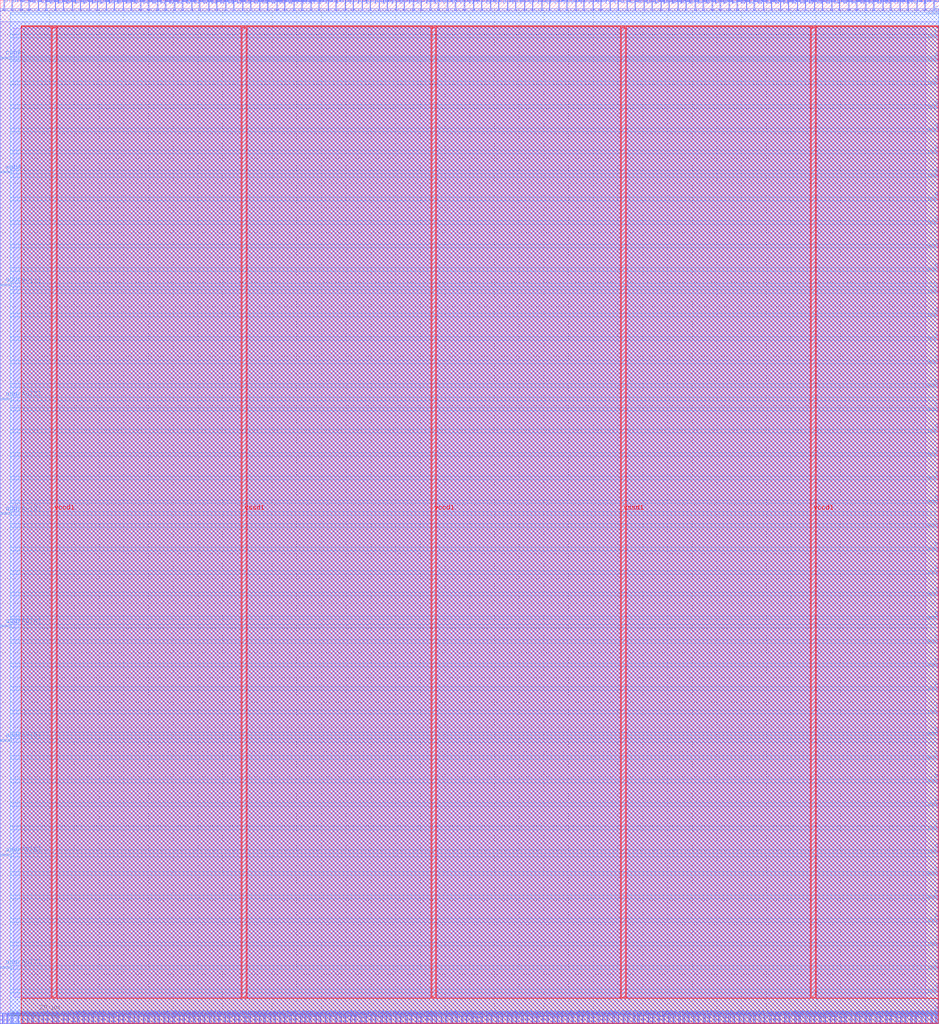
<source format=lef>
VERSION 5.7 ;
  NOWIREEXTENSIONATPIN ON ;
  DIVIDERCHAR "/" ;
  BUSBITCHARS "[]" ;
MACRO user_project
  CLASS BLOCK ;
  FOREIGN user_project ;
  ORIGIN 0.000 0.000 ;
  SIZE 380.000 BY 414.000 ;
  PIN addrA0[0]
    DIRECTION OUTPUT TRISTATE ;
    USE SIGNAL ;
    PORT
      LAYER met2 ;
        RECT 115.090 410.000 115.370 414.000 ;
    END
  END addrA0[0]
  PIN addrA0[1]
    DIRECTION OUTPUT TRISTATE ;
    USE SIGNAL ;
    PORT
      LAYER met3 ;
        RECT 0.000 298.560 4.000 299.160 ;
    END
  END addrA0[1]
  PIN addrA0[2]
    DIRECTION OUTPUT TRISTATE ;
    USE SIGNAL ;
    PORT
      LAYER met3 ;
        RECT 0.000 252.320 4.000 252.920 ;
    END
  END addrA0[2]
  PIN addrA0[3]
    DIRECTION OUTPUT TRISTATE ;
    USE SIGNAL ;
    PORT
      LAYER met3 ;
        RECT 0.000 206.080 4.000 206.680 ;
    END
  END addrA0[3]
  PIN addrA0[4]
    DIRECTION OUTPUT TRISTATE ;
    USE SIGNAL ;
    PORT
      LAYER met3 ;
        RECT 0.000 160.520 4.000 161.120 ;
    END
  END addrA0[4]
  PIN addrA0[5]
    DIRECTION OUTPUT TRISTATE ;
    USE SIGNAL ;
    PORT
      LAYER met3 ;
        RECT 0.000 114.280 4.000 114.880 ;
    END
  END addrA0[5]
  PIN addrA0[6]
    DIRECTION OUTPUT TRISTATE ;
    USE SIGNAL ;
    PORT
      LAYER met3 ;
        RECT 0.000 68.040 4.000 68.640 ;
    END
  END addrA0[6]
  PIN addrA0[7]
    DIRECTION OUTPUT TRISTATE ;
    USE SIGNAL ;
    PORT
      LAYER met3 ;
        RECT 0.000 22.480 4.000 23.080 ;
    END
  END addrA0[7]
  PIN addrA1[0]
    DIRECTION OUTPUT TRISTATE ;
    USE SIGNAL ;
    PORT
      LAYER met2 ;
        RECT 111.870 410.000 112.150 414.000 ;
    END
  END addrA1[0]
  PIN addrA1[1]
    DIRECTION OUTPUT TRISTATE ;
    USE SIGNAL ;
    PORT
      LAYER met2 ;
        RECT 374.070 410.000 374.350 414.000 ;
    END
  END addrA1[1]
  PIN addrA1[2]
    DIRECTION OUTPUT TRISTATE ;
    USE SIGNAL ;
    PORT
      LAYER met2 ;
        RECT 370.850 410.000 371.130 414.000 ;
    END
  END addrA1[2]
  PIN addrA1[3]
    DIRECTION OUTPUT TRISTATE ;
    USE SIGNAL ;
    PORT
      LAYER met2 ;
        RECT 367.170 410.000 367.450 414.000 ;
    END
  END addrA1[3]
  PIN addrA1[4]
    DIRECTION OUTPUT TRISTATE ;
    USE SIGNAL ;
    PORT
      LAYER met2 ;
        RECT 363.950 410.000 364.230 414.000 ;
    END
  END addrA1[4]
  PIN addrA1[5]
    DIRECTION OUTPUT TRISTATE ;
    USE SIGNAL ;
    PORT
      LAYER met2 ;
        RECT 353.370 410.000 353.650 414.000 ;
    END
  END addrA1[5]
  PIN addrA1[6]
    DIRECTION OUTPUT TRISTATE ;
    USE SIGNAL ;
    PORT
      LAYER met2 ;
        RECT 357.050 410.000 357.330 414.000 ;
    END
  END addrA1[6]
  PIN addrA1[7]
    DIRECTION OUTPUT TRISTATE ;
    USE SIGNAL ;
    PORT
      LAYER met2 ;
        RECT 360.270 410.000 360.550 414.000 ;
    END
  END addrA1[7]
  PIN addrB0[0]
    DIRECTION OUTPUT TRISTATE ;
    USE SIGNAL ;
    PORT
      LAYER met2 ;
        RECT 223.650 0.000 223.930 4.000 ;
    END
  END addrB0[0]
  PIN addrB0[1]
    DIRECTION OUTPUT TRISTATE ;
    USE SIGNAL ;
    PORT
      LAYER met3 ;
        RECT 376.000 389.680 380.000 390.280 ;
    END
  END addrB0[1]
  PIN addrB0[2]
    DIRECTION OUTPUT TRISTATE ;
    USE SIGNAL ;
    PORT
      LAYER met3 ;
        RECT 376.000 380.160 380.000 380.760 ;
    END
  END addrB0[2]
  PIN addrB0[3]
    DIRECTION OUTPUT TRISTATE ;
    USE SIGNAL ;
    PORT
      LAYER met3 ;
        RECT 376.000 370.640 380.000 371.240 ;
    END
  END addrB0[3]
  PIN addrB0[4]
    DIRECTION OUTPUT TRISTATE ;
    USE SIGNAL ;
    PORT
      LAYER met3 ;
        RECT 376.000 361.120 380.000 361.720 ;
    END
  END addrB0[4]
  PIN addrB0[5]
    DIRECTION OUTPUT TRISTATE ;
    USE SIGNAL ;
    PORT
      LAYER met3 ;
        RECT 376.000 352.280 380.000 352.880 ;
    END
  END addrB0[5]
  PIN addrB0[6]
    DIRECTION OUTPUT TRISTATE ;
    USE SIGNAL ;
    PORT
      LAYER met3 ;
        RECT 376.000 342.760 380.000 343.360 ;
    END
  END addrB0[6]
  PIN addrB0[7]
    DIRECTION OUTPUT TRISTATE ;
    USE SIGNAL ;
    PORT
      LAYER met3 ;
        RECT 376.000 333.240 380.000 333.840 ;
    END
  END addrB0[7]
  PIN addrB0[8]
    DIRECTION OUTPUT TRISTATE ;
    USE SIGNAL ;
    PORT
      LAYER met3 ;
        RECT 376.000 323.720 380.000 324.320 ;
    END
  END addrB0[8]
  PIN addrB1[0]
    DIRECTION OUTPUT TRISTATE ;
    USE SIGNAL ;
    PORT
      LAYER met3 ;
        RECT 376.000 12.960 380.000 13.560 ;
    END
  END addrB1[0]
  PIN addrB1[1]
    DIRECTION OUTPUT TRISTATE ;
    USE SIGNAL ;
    PORT
      LAYER met3 ;
        RECT 376.000 4.120 380.000 4.720 ;
    END
  END addrB1[1]
  PIN addrB1[2]
    DIRECTION OUTPUT TRISTATE ;
    USE SIGNAL ;
    PORT
      LAYER met2 ;
        RECT 376.830 0.000 377.110 4.000 ;
    END
  END addrB1[2]
  PIN addrB1[3]
    DIRECTION OUTPUT TRISTATE ;
    USE SIGNAL ;
    PORT
      LAYER met2 ;
        RECT 374.530 0.000 374.810 4.000 ;
    END
  END addrB1[3]
  PIN addrB1[4]
    DIRECTION OUTPUT TRISTATE ;
    USE SIGNAL ;
    PORT
      LAYER met2 ;
        RECT 372.690 0.000 372.970 4.000 ;
    END
  END addrB1[4]
  PIN addrB1[5]
    DIRECTION OUTPUT TRISTATE ;
    USE SIGNAL ;
    PORT
      LAYER met2 ;
        RECT 370.390 0.000 370.670 4.000 ;
    END
  END addrB1[5]
  PIN addrB1[6]
    DIRECTION OUTPUT TRISTATE ;
    USE SIGNAL ;
    PORT
      LAYER met2 ;
        RECT 368.550 0.000 368.830 4.000 ;
    END
  END addrB1[6]
  PIN addrB1[7]
    DIRECTION OUTPUT TRISTATE ;
    USE SIGNAL ;
    PORT
      LAYER met2 ;
        RECT 364.410 0.000 364.690 4.000 ;
    END
  END addrB1[7]
  PIN addrB1[8]
    DIRECTION OUTPUT TRISTATE ;
    USE SIGNAL ;
    PORT
      LAYER met2 ;
        RECT 366.250 0.000 366.530 4.000 ;
    END
  END addrB1[8]
  PIN csbA0
    DIRECTION OUTPUT TRISTATE ;
    USE SIGNAL ;
    PORT
      LAYER met3 ;
        RECT 0.000 390.360 4.000 390.960 ;
    END
  END csbA0
  PIN csbA1
    DIRECTION OUTPUT TRISTATE ;
    USE SIGNAL ;
    PORT
      LAYER met2 ;
        RECT 377.750 410.000 378.030 414.000 ;
    END
  END csbA1
  PIN csbB0
    DIRECTION OUTPUT TRISTATE ;
    USE SIGNAL ;
    PORT
      LAYER met3 ;
        RECT 376.000 408.720 380.000 409.320 ;
    END
  END csbB0
  PIN csbB1
    DIRECTION OUTPUT TRISTATE ;
    USE SIGNAL ;
    PORT
      LAYER met2 ;
        RECT 378.670 0.000 378.950 4.000 ;
    END
  END csbB1
  PIN dinA0[0]
    DIRECTION OUTPUT TRISTATE ;
    USE SIGNAL ;
    PORT
      LAYER met2 ;
        RECT 132.570 410.000 132.850 414.000 ;
    END
  END dinA0[0]
  PIN dinA0[10]
    DIRECTION OUTPUT TRISTATE ;
    USE SIGNAL ;
    PORT
      LAYER met2 ;
        RECT 167.070 410.000 167.350 414.000 ;
    END
  END dinA0[10]
  PIN dinA0[11]
    DIRECTION OUTPUT TRISTATE ;
    USE SIGNAL ;
    PORT
      LAYER met2 ;
        RECT 170.290 410.000 170.570 414.000 ;
    END
  END dinA0[11]
  PIN dinA0[12]
    DIRECTION OUTPUT TRISTATE ;
    USE SIGNAL ;
    PORT
      LAYER met2 ;
        RECT 173.970 410.000 174.250 414.000 ;
    END
  END dinA0[12]
  PIN dinA0[13]
    DIRECTION OUTPUT TRISTATE ;
    USE SIGNAL ;
    PORT
      LAYER met2 ;
        RECT 177.190 410.000 177.470 414.000 ;
    END
  END dinA0[13]
  PIN dinA0[14]
    DIRECTION OUTPUT TRISTATE ;
    USE SIGNAL ;
    PORT
      LAYER met2 ;
        RECT 180.870 410.000 181.150 414.000 ;
    END
  END dinA0[14]
  PIN dinA0[15]
    DIRECTION OUTPUT TRISTATE ;
    USE SIGNAL ;
    PORT
      LAYER met2 ;
        RECT 184.090 410.000 184.370 414.000 ;
    END
  END dinA0[15]
  PIN dinA0[16]
    DIRECTION OUTPUT TRISTATE ;
    USE SIGNAL ;
    PORT
      LAYER met2 ;
        RECT 187.770 410.000 188.050 414.000 ;
    END
  END dinA0[16]
  PIN dinA0[17]
    DIRECTION OUTPUT TRISTATE ;
    USE SIGNAL ;
    PORT
      LAYER met2 ;
        RECT 191.450 410.000 191.730 414.000 ;
    END
  END dinA0[17]
  PIN dinA0[18]
    DIRECTION OUTPUT TRISTATE ;
    USE SIGNAL ;
    PORT
      LAYER met2 ;
        RECT 194.670 410.000 194.950 414.000 ;
    END
  END dinA0[18]
  PIN dinA0[19]
    DIRECTION OUTPUT TRISTATE ;
    USE SIGNAL ;
    PORT
      LAYER met2 ;
        RECT 198.350 410.000 198.630 414.000 ;
    END
  END dinA0[19]
  PIN dinA0[1]
    DIRECTION OUTPUT TRISTATE ;
    USE SIGNAL ;
    PORT
      LAYER met2 ;
        RECT 135.790 410.000 136.070 414.000 ;
    END
  END dinA0[1]
  PIN dinA0[20]
    DIRECTION OUTPUT TRISTATE ;
    USE SIGNAL ;
    PORT
      LAYER met2 ;
        RECT 201.570 410.000 201.850 414.000 ;
    END
  END dinA0[20]
  PIN dinA0[21]
    DIRECTION OUTPUT TRISTATE ;
    USE SIGNAL ;
    PORT
      LAYER met2 ;
        RECT 205.250 410.000 205.530 414.000 ;
    END
  END dinA0[21]
  PIN dinA0[22]
    DIRECTION OUTPUT TRISTATE ;
    USE SIGNAL ;
    PORT
      LAYER met2 ;
        RECT 208.470 410.000 208.750 414.000 ;
    END
  END dinA0[22]
  PIN dinA0[23]
    DIRECTION OUTPUT TRISTATE ;
    USE SIGNAL ;
    PORT
      LAYER met2 ;
        RECT 212.150 410.000 212.430 414.000 ;
    END
  END dinA0[23]
  PIN dinA0[24]
    DIRECTION OUTPUT TRISTATE ;
    USE SIGNAL ;
    PORT
      LAYER met2 ;
        RECT 215.370 410.000 215.650 414.000 ;
    END
  END dinA0[24]
  PIN dinA0[25]
    DIRECTION OUTPUT TRISTATE ;
    USE SIGNAL ;
    PORT
      LAYER met2 ;
        RECT 219.050 410.000 219.330 414.000 ;
    END
  END dinA0[25]
  PIN dinA0[26]
    DIRECTION OUTPUT TRISTATE ;
    USE SIGNAL ;
    PORT
      LAYER met2 ;
        RECT 222.270 410.000 222.550 414.000 ;
    END
  END dinA0[26]
  PIN dinA0[27]
    DIRECTION OUTPUT TRISTATE ;
    USE SIGNAL ;
    PORT
      LAYER met2 ;
        RECT 225.950 410.000 226.230 414.000 ;
    END
  END dinA0[27]
  PIN dinA0[28]
    DIRECTION OUTPUT TRISTATE ;
    USE SIGNAL ;
    PORT
      LAYER met2 ;
        RECT 229.170 410.000 229.450 414.000 ;
    END
  END dinA0[28]
  PIN dinA0[29]
    DIRECTION OUTPUT TRISTATE ;
    USE SIGNAL ;
    PORT
      LAYER met2 ;
        RECT 232.850 410.000 233.130 414.000 ;
    END
  END dinA0[29]
  PIN dinA0[2]
    DIRECTION OUTPUT TRISTATE ;
    USE SIGNAL ;
    PORT
      LAYER met2 ;
        RECT 139.470 410.000 139.750 414.000 ;
    END
  END dinA0[2]
  PIN dinA0[30]
    DIRECTION OUTPUT TRISTATE ;
    USE SIGNAL ;
    PORT
      LAYER met2 ;
        RECT 236.070 410.000 236.350 414.000 ;
    END
  END dinA0[30]
  PIN dinA0[31]
    DIRECTION OUTPUT TRISTATE ;
    USE SIGNAL ;
    PORT
      LAYER met2 ;
        RECT 239.750 410.000 240.030 414.000 ;
    END
  END dinA0[31]
  PIN dinA0[3]
    DIRECTION OUTPUT TRISTATE ;
    USE SIGNAL ;
    PORT
      LAYER met2 ;
        RECT 142.690 410.000 142.970 414.000 ;
    END
  END dinA0[3]
  PIN dinA0[4]
    DIRECTION OUTPUT TRISTATE ;
    USE SIGNAL ;
    PORT
      LAYER met2 ;
        RECT 146.370 410.000 146.650 414.000 ;
    END
  END dinA0[4]
  PIN dinA0[5]
    DIRECTION OUTPUT TRISTATE ;
    USE SIGNAL ;
    PORT
      LAYER met2 ;
        RECT 149.590 410.000 149.870 414.000 ;
    END
  END dinA0[5]
  PIN dinA0[6]
    DIRECTION OUTPUT TRISTATE ;
    USE SIGNAL ;
    PORT
      LAYER met2 ;
        RECT 153.270 410.000 153.550 414.000 ;
    END
  END dinA0[6]
  PIN dinA0[7]
    DIRECTION OUTPUT TRISTATE ;
    USE SIGNAL ;
    PORT
      LAYER met2 ;
        RECT 156.490 410.000 156.770 414.000 ;
    END
  END dinA0[7]
  PIN dinA0[8]
    DIRECTION OUTPUT TRISTATE ;
    USE SIGNAL ;
    PORT
      LAYER met2 ;
        RECT 160.170 410.000 160.450 414.000 ;
    END
  END dinA0[8]
  PIN dinA0[9]
    DIRECTION OUTPUT TRISTATE ;
    USE SIGNAL ;
    PORT
      LAYER met2 ;
        RECT 163.390 410.000 163.670 414.000 ;
    END
  END dinA0[9]
  PIN dinB0[0]
    DIRECTION OUTPUT TRISTATE ;
    USE SIGNAL ;
    PORT
      LAYER met2 ;
        RECT 233.770 0.000 234.050 4.000 ;
    END
  END dinB0[0]
  PIN dinB0[10]
    DIRECTION OUTPUT TRISTATE ;
    USE SIGNAL ;
    PORT
      LAYER met2 ;
        RECT 254.010 0.000 254.290 4.000 ;
    END
  END dinB0[10]
  PIN dinB0[11]
    DIRECTION OUTPUT TRISTATE ;
    USE SIGNAL ;
    PORT
      LAYER met2 ;
        RECT 256.310 0.000 256.590 4.000 ;
    END
  END dinB0[11]
  PIN dinB0[12]
    DIRECTION OUTPUT TRISTATE ;
    USE SIGNAL ;
    PORT
      LAYER met2 ;
        RECT 258.150 0.000 258.430 4.000 ;
    END
  END dinB0[12]
  PIN dinB0[13]
    DIRECTION OUTPUT TRISTATE ;
    USE SIGNAL ;
    PORT
      LAYER met2 ;
        RECT 259.990 0.000 260.270 4.000 ;
    END
  END dinB0[13]
  PIN dinB0[14]
    DIRECTION OUTPUT TRISTATE ;
    USE SIGNAL ;
    PORT
      LAYER met2 ;
        RECT 262.290 0.000 262.570 4.000 ;
    END
  END dinB0[14]
  PIN dinB0[15]
    DIRECTION OUTPUT TRISTATE ;
    USE SIGNAL ;
    PORT
      LAYER met2 ;
        RECT 264.130 0.000 264.410 4.000 ;
    END
  END dinB0[15]
  PIN dinB0[16]
    DIRECTION OUTPUT TRISTATE ;
    USE SIGNAL ;
    PORT
      LAYER met2 ;
        RECT 266.430 0.000 266.710 4.000 ;
    END
  END dinB0[16]
  PIN dinB0[17]
    DIRECTION OUTPUT TRISTATE ;
    USE SIGNAL ;
    PORT
      LAYER met2 ;
        RECT 268.270 0.000 268.550 4.000 ;
    END
  END dinB0[17]
  PIN dinB0[18]
    DIRECTION OUTPUT TRISTATE ;
    USE SIGNAL ;
    PORT
      LAYER met2 ;
        RECT 270.570 0.000 270.850 4.000 ;
    END
  END dinB0[18]
  PIN dinB0[19]
    DIRECTION OUTPUT TRISTATE ;
    USE SIGNAL ;
    PORT
      LAYER met2 ;
        RECT 272.410 0.000 272.690 4.000 ;
    END
  END dinB0[19]
  PIN dinB0[1]
    DIRECTION OUTPUT TRISTATE ;
    USE SIGNAL ;
    PORT
      LAYER met2 ;
        RECT 235.610 0.000 235.890 4.000 ;
    END
  END dinB0[1]
  PIN dinB0[20]
    DIRECTION OUTPUT TRISTATE ;
    USE SIGNAL ;
    PORT
      LAYER met2 ;
        RECT 274.710 0.000 274.990 4.000 ;
    END
  END dinB0[20]
  PIN dinB0[21]
    DIRECTION OUTPUT TRISTATE ;
    USE SIGNAL ;
    PORT
      LAYER met2 ;
        RECT 276.550 0.000 276.830 4.000 ;
    END
  END dinB0[21]
  PIN dinB0[22]
    DIRECTION OUTPUT TRISTATE ;
    USE SIGNAL ;
    PORT
      LAYER met2 ;
        RECT 278.390 0.000 278.670 4.000 ;
    END
  END dinB0[22]
  PIN dinB0[23]
    DIRECTION OUTPUT TRISTATE ;
    USE SIGNAL ;
    PORT
      LAYER met2 ;
        RECT 280.690 0.000 280.970 4.000 ;
    END
  END dinB0[23]
  PIN dinB0[24]
    DIRECTION OUTPUT TRISTATE ;
    USE SIGNAL ;
    PORT
      LAYER met2 ;
        RECT 282.530 0.000 282.810 4.000 ;
    END
  END dinB0[24]
  PIN dinB0[25]
    DIRECTION OUTPUT TRISTATE ;
    USE SIGNAL ;
    PORT
      LAYER met2 ;
        RECT 284.830 0.000 285.110 4.000 ;
    END
  END dinB0[25]
  PIN dinB0[26]
    DIRECTION OUTPUT TRISTATE ;
    USE SIGNAL ;
    PORT
      LAYER met2 ;
        RECT 286.670 0.000 286.950 4.000 ;
    END
  END dinB0[26]
  PIN dinB0[27]
    DIRECTION OUTPUT TRISTATE ;
    USE SIGNAL ;
    PORT
      LAYER met2 ;
        RECT 288.970 0.000 289.250 4.000 ;
    END
  END dinB0[27]
  PIN dinB0[28]
    DIRECTION OUTPUT TRISTATE ;
    USE SIGNAL ;
    PORT
      LAYER met2 ;
        RECT 290.810 0.000 291.090 4.000 ;
    END
  END dinB0[28]
  PIN dinB0[29]
    DIRECTION OUTPUT TRISTATE ;
    USE SIGNAL ;
    PORT
      LAYER met2 ;
        RECT 293.110 0.000 293.390 4.000 ;
    END
  END dinB0[29]
  PIN dinB0[2]
    DIRECTION OUTPUT TRISTATE ;
    USE SIGNAL ;
    PORT
      LAYER met2 ;
        RECT 237.910 0.000 238.190 4.000 ;
    END
  END dinB0[2]
  PIN dinB0[30]
    DIRECTION OUTPUT TRISTATE ;
    USE SIGNAL ;
    PORT
      LAYER met2 ;
        RECT 294.950 0.000 295.230 4.000 ;
    END
  END dinB0[30]
  PIN dinB0[31]
    DIRECTION OUTPUT TRISTATE ;
    USE SIGNAL ;
    PORT
      LAYER met2 ;
        RECT 296.790 0.000 297.070 4.000 ;
    END
  END dinB0[31]
  PIN dinB0[3]
    DIRECTION OUTPUT TRISTATE ;
    USE SIGNAL ;
    PORT
      LAYER met2 ;
        RECT 239.750 0.000 240.030 4.000 ;
    END
  END dinB0[3]
  PIN dinB0[4]
    DIRECTION OUTPUT TRISTATE ;
    USE SIGNAL ;
    PORT
      LAYER met2 ;
        RECT 242.050 0.000 242.330 4.000 ;
    END
  END dinB0[4]
  PIN dinB0[5]
    DIRECTION OUTPUT TRISTATE ;
    USE SIGNAL ;
    PORT
      LAYER met2 ;
        RECT 243.890 0.000 244.170 4.000 ;
    END
  END dinB0[5]
  PIN dinB0[6]
    DIRECTION OUTPUT TRISTATE ;
    USE SIGNAL ;
    PORT
      LAYER met2 ;
        RECT 245.730 0.000 246.010 4.000 ;
    END
  END dinB0[6]
  PIN dinB0[7]
    DIRECTION OUTPUT TRISTATE ;
    USE SIGNAL ;
    PORT
      LAYER met2 ;
        RECT 248.030 0.000 248.310 4.000 ;
    END
  END dinB0[7]
  PIN dinB0[8]
    DIRECTION OUTPUT TRISTATE ;
    USE SIGNAL ;
    PORT
      LAYER met2 ;
        RECT 249.870 0.000 250.150 4.000 ;
    END
  END dinB0[8]
  PIN dinB0[9]
    DIRECTION OUTPUT TRISTATE ;
    USE SIGNAL ;
    PORT
      LAYER met2 ;
        RECT 252.170 0.000 252.450 4.000 ;
    END
  END dinB0[9]
  PIN sram12_dout0[0]
    DIRECTION INPUT ;
    USE SIGNAL ;
    PORT
      LAYER met2 ;
        RECT 299.090 0.000 299.370 4.000 ;
    END
  END sram12_dout0[0]
  PIN sram12_dout0[10]
    DIRECTION INPUT ;
    USE SIGNAL ;
    PORT
      LAYER met2 ;
        RECT 319.330 0.000 319.610 4.000 ;
    END
  END sram12_dout0[10]
  PIN sram12_dout0[11]
    DIRECTION INPUT ;
    USE SIGNAL ;
    PORT
      LAYER met2 ;
        RECT 321.630 0.000 321.910 4.000 ;
    END
  END sram12_dout0[11]
  PIN sram12_dout0[12]
    DIRECTION INPUT ;
    USE SIGNAL ;
    PORT
      LAYER met2 ;
        RECT 323.470 0.000 323.750 4.000 ;
    END
  END sram12_dout0[12]
  PIN sram12_dout0[13]
    DIRECTION INPUT ;
    USE SIGNAL ;
    PORT
      LAYER met2 ;
        RECT 325.770 0.000 326.050 4.000 ;
    END
  END sram12_dout0[13]
  PIN sram12_dout0[14]
    DIRECTION INPUT ;
    USE SIGNAL ;
    PORT
      LAYER met2 ;
        RECT 327.610 0.000 327.890 4.000 ;
    END
  END sram12_dout0[14]
  PIN sram12_dout0[15]
    DIRECTION INPUT ;
    USE SIGNAL ;
    PORT
      LAYER met2 ;
        RECT 329.450 0.000 329.730 4.000 ;
    END
  END sram12_dout0[15]
  PIN sram12_dout0[16]
    DIRECTION INPUT ;
    USE SIGNAL ;
    PORT
      LAYER met2 ;
        RECT 331.750 0.000 332.030 4.000 ;
    END
  END sram12_dout0[16]
  PIN sram12_dout0[17]
    DIRECTION INPUT ;
    USE SIGNAL ;
    PORT
      LAYER met2 ;
        RECT 333.590 0.000 333.870 4.000 ;
    END
  END sram12_dout0[17]
  PIN sram12_dout0[18]
    DIRECTION INPUT ;
    USE SIGNAL ;
    PORT
      LAYER met2 ;
        RECT 335.890 0.000 336.170 4.000 ;
    END
  END sram12_dout0[18]
  PIN sram12_dout0[19]
    DIRECTION INPUT ;
    USE SIGNAL ;
    PORT
      LAYER met2 ;
        RECT 337.730 0.000 338.010 4.000 ;
    END
  END sram12_dout0[19]
  PIN sram12_dout0[1]
    DIRECTION INPUT ;
    USE SIGNAL ;
    PORT
      LAYER met2 ;
        RECT 300.930 0.000 301.210 4.000 ;
    END
  END sram12_dout0[1]
  PIN sram12_dout0[20]
    DIRECTION INPUT ;
    USE SIGNAL ;
    PORT
      LAYER met2 ;
        RECT 340.030 0.000 340.310 4.000 ;
    END
  END sram12_dout0[20]
  PIN sram12_dout0[21]
    DIRECTION INPUT ;
    USE SIGNAL ;
    PORT
      LAYER met2 ;
        RECT 341.870 0.000 342.150 4.000 ;
    END
  END sram12_dout0[21]
  PIN sram12_dout0[22]
    DIRECTION INPUT ;
    USE SIGNAL ;
    PORT
      LAYER met2 ;
        RECT 344.170 0.000 344.450 4.000 ;
    END
  END sram12_dout0[22]
  PIN sram12_dout0[23]
    DIRECTION INPUT ;
    USE SIGNAL ;
    PORT
      LAYER met2 ;
        RECT 346.010 0.000 346.290 4.000 ;
    END
  END sram12_dout0[23]
  PIN sram12_dout0[24]
    DIRECTION INPUT ;
    USE SIGNAL ;
    PORT
      LAYER met2 ;
        RECT 347.850 0.000 348.130 4.000 ;
    END
  END sram12_dout0[24]
  PIN sram12_dout0[25]
    DIRECTION INPUT ;
    USE SIGNAL ;
    PORT
      LAYER met2 ;
        RECT 350.150 0.000 350.430 4.000 ;
    END
  END sram12_dout0[25]
  PIN sram12_dout0[26]
    DIRECTION INPUT ;
    USE SIGNAL ;
    PORT
      LAYER met2 ;
        RECT 351.990 0.000 352.270 4.000 ;
    END
  END sram12_dout0[26]
  PIN sram12_dout0[27]
    DIRECTION INPUT ;
    USE SIGNAL ;
    PORT
      LAYER met2 ;
        RECT 354.290 0.000 354.570 4.000 ;
    END
  END sram12_dout0[27]
  PIN sram12_dout0[28]
    DIRECTION INPUT ;
    USE SIGNAL ;
    PORT
      LAYER met2 ;
        RECT 356.130 0.000 356.410 4.000 ;
    END
  END sram12_dout0[28]
  PIN sram12_dout0[29]
    DIRECTION INPUT ;
    USE SIGNAL ;
    PORT
      LAYER met2 ;
        RECT 358.430 0.000 358.710 4.000 ;
    END
  END sram12_dout0[29]
  PIN sram12_dout0[2]
    DIRECTION INPUT ;
    USE SIGNAL ;
    PORT
      LAYER met2 ;
        RECT 303.230 0.000 303.510 4.000 ;
    END
  END sram12_dout0[2]
  PIN sram12_dout0[30]
    DIRECTION INPUT ;
    USE SIGNAL ;
    PORT
      LAYER met2 ;
        RECT 360.270 0.000 360.550 4.000 ;
    END
  END sram12_dout0[30]
  PIN sram12_dout0[31]
    DIRECTION INPUT ;
    USE SIGNAL ;
    PORT
      LAYER met2 ;
        RECT 362.570 0.000 362.850 4.000 ;
    END
  END sram12_dout0[31]
  PIN sram12_dout0[3]
    DIRECTION INPUT ;
    USE SIGNAL ;
    PORT
      LAYER met2 ;
        RECT 305.070 0.000 305.350 4.000 ;
    END
  END sram12_dout0[3]
  PIN sram12_dout0[4]
    DIRECTION INPUT ;
    USE SIGNAL ;
    PORT
      LAYER met2 ;
        RECT 307.370 0.000 307.650 4.000 ;
    END
  END sram12_dout0[4]
  PIN sram12_dout0[5]
    DIRECTION INPUT ;
    USE SIGNAL ;
    PORT
      LAYER met2 ;
        RECT 309.210 0.000 309.490 4.000 ;
    END
  END sram12_dout0[5]
  PIN sram12_dout0[6]
    DIRECTION INPUT ;
    USE SIGNAL ;
    PORT
      LAYER met2 ;
        RECT 311.510 0.000 311.790 4.000 ;
    END
  END sram12_dout0[6]
  PIN sram12_dout0[7]
    DIRECTION INPUT ;
    USE SIGNAL ;
    PORT
      LAYER met2 ;
        RECT 313.350 0.000 313.630 4.000 ;
    END
  END sram12_dout0[7]
  PIN sram12_dout0[8]
    DIRECTION INPUT ;
    USE SIGNAL ;
    PORT
      LAYER met2 ;
        RECT 315.190 0.000 315.470 4.000 ;
    END
  END sram12_dout0[8]
  PIN sram12_dout0[9]
    DIRECTION INPUT ;
    USE SIGNAL ;
    PORT
      LAYER met2 ;
        RECT 317.490 0.000 317.770 4.000 ;
    END
  END sram12_dout0[9]
  PIN sram12_dout1[0]
    DIRECTION INPUT ;
    USE SIGNAL ;
    PORT
      LAYER met3 ;
        RECT 376.000 22.480 380.000 23.080 ;
    END
  END sram12_dout1[0]
  PIN sram12_dout1[10]
    DIRECTION INPUT ;
    USE SIGNAL ;
    PORT
      LAYER met3 ;
        RECT 376.000 117.000 380.000 117.600 ;
    END
  END sram12_dout1[10]
  PIN sram12_dout1[11]
    DIRECTION INPUT ;
    USE SIGNAL ;
    PORT
      LAYER met3 ;
        RECT 376.000 125.840 380.000 126.440 ;
    END
  END sram12_dout1[11]
  PIN sram12_dout1[12]
    DIRECTION INPUT ;
    USE SIGNAL ;
    PORT
      LAYER met3 ;
        RECT 376.000 135.360 380.000 135.960 ;
    END
  END sram12_dout1[12]
  PIN sram12_dout1[13]
    DIRECTION INPUT ;
    USE SIGNAL ;
    PORT
      LAYER met3 ;
        RECT 376.000 144.880 380.000 145.480 ;
    END
  END sram12_dout1[13]
  PIN sram12_dout1[14]
    DIRECTION INPUT ;
    USE SIGNAL ;
    PORT
      LAYER met3 ;
        RECT 376.000 154.400 380.000 155.000 ;
    END
  END sram12_dout1[14]
  PIN sram12_dout1[15]
    DIRECTION INPUT ;
    USE SIGNAL ;
    PORT
      LAYER met3 ;
        RECT 376.000 163.920 380.000 164.520 ;
    END
  END sram12_dout1[15]
  PIN sram12_dout1[16]
    DIRECTION INPUT ;
    USE SIGNAL ;
    PORT
      LAYER met3 ;
        RECT 376.000 173.440 380.000 174.040 ;
    END
  END sram12_dout1[16]
  PIN sram12_dout1[17]
    DIRECTION INPUT ;
    USE SIGNAL ;
    PORT
      LAYER met3 ;
        RECT 376.000 182.280 380.000 182.880 ;
    END
  END sram12_dout1[17]
  PIN sram12_dout1[18]
    DIRECTION INPUT ;
    USE SIGNAL ;
    PORT
      LAYER met3 ;
        RECT 376.000 191.800 380.000 192.400 ;
    END
  END sram12_dout1[18]
  PIN sram12_dout1[19]
    DIRECTION INPUT ;
    USE SIGNAL ;
    PORT
      LAYER met3 ;
        RECT 376.000 201.320 380.000 201.920 ;
    END
  END sram12_dout1[19]
  PIN sram12_dout1[1]
    DIRECTION INPUT ;
    USE SIGNAL ;
    PORT
      LAYER met3 ;
        RECT 376.000 32.000 380.000 32.600 ;
    END
  END sram12_dout1[1]
  PIN sram12_dout1[20]
    DIRECTION INPUT ;
    USE SIGNAL ;
    PORT
      LAYER met3 ;
        RECT 376.000 210.840 380.000 211.440 ;
    END
  END sram12_dout1[20]
  PIN sram12_dout1[21]
    DIRECTION INPUT ;
    USE SIGNAL ;
    PORT
      LAYER met3 ;
        RECT 376.000 220.360 380.000 220.960 ;
    END
  END sram12_dout1[21]
  PIN sram12_dout1[22]
    DIRECTION INPUT ;
    USE SIGNAL ;
    PORT
      LAYER met3 ;
        RECT 376.000 229.880 380.000 230.480 ;
    END
  END sram12_dout1[22]
  PIN sram12_dout1[23]
    DIRECTION INPUT ;
    USE SIGNAL ;
    PORT
      LAYER met3 ;
        RECT 376.000 239.400 380.000 240.000 ;
    END
  END sram12_dout1[23]
  PIN sram12_dout1[24]
    DIRECTION INPUT ;
    USE SIGNAL ;
    PORT
      LAYER met3 ;
        RECT 376.000 248.240 380.000 248.840 ;
    END
  END sram12_dout1[24]
  PIN sram12_dout1[25]
    DIRECTION INPUT ;
    USE SIGNAL ;
    PORT
      LAYER met3 ;
        RECT 376.000 257.760 380.000 258.360 ;
    END
  END sram12_dout1[25]
  PIN sram12_dout1[26]
    DIRECTION INPUT ;
    USE SIGNAL ;
    PORT
      LAYER met3 ;
        RECT 376.000 267.280 380.000 267.880 ;
    END
  END sram12_dout1[26]
  PIN sram12_dout1[27]
    DIRECTION INPUT ;
    USE SIGNAL ;
    PORT
      LAYER met3 ;
        RECT 376.000 276.800 380.000 277.400 ;
    END
  END sram12_dout1[27]
  PIN sram12_dout1[28]
    DIRECTION INPUT ;
    USE SIGNAL ;
    PORT
      LAYER met3 ;
        RECT 376.000 286.320 380.000 286.920 ;
    END
  END sram12_dout1[28]
  PIN sram12_dout1[29]
    DIRECTION INPUT ;
    USE SIGNAL ;
    PORT
      LAYER met3 ;
        RECT 376.000 295.840 380.000 296.440 ;
    END
  END sram12_dout1[29]
  PIN sram12_dout1[2]
    DIRECTION INPUT ;
    USE SIGNAL ;
    PORT
      LAYER met3 ;
        RECT 376.000 41.520 380.000 42.120 ;
    END
  END sram12_dout1[2]
  PIN sram12_dout1[30]
    DIRECTION INPUT ;
    USE SIGNAL ;
    PORT
      LAYER met3 ;
        RECT 376.000 304.680 380.000 305.280 ;
    END
  END sram12_dout1[30]
  PIN sram12_dout1[31]
    DIRECTION INPUT ;
    USE SIGNAL ;
    PORT
      LAYER met3 ;
        RECT 376.000 314.200 380.000 314.800 ;
    END
  END sram12_dout1[31]
  PIN sram12_dout1[3]
    DIRECTION INPUT ;
    USE SIGNAL ;
    PORT
      LAYER met3 ;
        RECT 376.000 51.040 380.000 51.640 ;
    END
  END sram12_dout1[3]
  PIN sram12_dout1[4]
    DIRECTION INPUT ;
    USE SIGNAL ;
    PORT
      LAYER met3 ;
        RECT 376.000 60.560 380.000 61.160 ;
    END
  END sram12_dout1[4]
  PIN sram12_dout1[5]
    DIRECTION INPUT ;
    USE SIGNAL ;
    PORT
      LAYER met3 ;
        RECT 376.000 69.400 380.000 70.000 ;
    END
  END sram12_dout1[5]
  PIN sram12_dout1[6]
    DIRECTION INPUT ;
    USE SIGNAL ;
    PORT
      LAYER met3 ;
        RECT 376.000 78.920 380.000 79.520 ;
    END
  END sram12_dout1[6]
  PIN sram12_dout1[7]
    DIRECTION INPUT ;
    USE SIGNAL ;
    PORT
      LAYER met3 ;
        RECT 376.000 88.440 380.000 89.040 ;
    END
  END sram12_dout1[7]
  PIN sram12_dout1[8]
    DIRECTION INPUT ;
    USE SIGNAL ;
    PORT
      LAYER met3 ;
        RECT 376.000 97.960 380.000 98.560 ;
    END
  END sram12_dout1[8]
  PIN sram12_dout1[9]
    DIRECTION INPUT ;
    USE SIGNAL ;
    PORT
      LAYER met3 ;
        RECT 376.000 107.480 380.000 108.080 ;
    END
  END sram12_dout1[9]
  PIN sram1_dout0[0]
    DIRECTION INPUT ;
    USE SIGNAL ;
    PORT
      LAYER met2 ;
        RECT 242.970 410.000 243.250 414.000 ;
    END
  END sram1_dout0[0]
  PIN sram1_dout0[10]
    DIRECTION INPUT ;
    USE SIGNAL ;
    PORT
      LAYER met2 ;
        RECT 277.470 410.000 277.750 414.000 ;
    END
  END sram1_dout0[10]
  PIN sram1_dout0[11]
    DIRECTION INPUT ;
    USE SIGNAL ;
    PORT
      LAYER met2 ;
        RECT 281.150 410.000 281.430 414.000 ;
    END
  END sram1_dout0[11]
  PIN sram1_dout0[12]
    DIRECTION INPUT ;
    USE SIGNAL ;
    PORT
      LAYER met2 ;
        RECT 284.370 410.000 284.650 414.000 ;
    END
  END sram1_dout0[12]
  PIN sram1_dout0[13]
    DIRECTION INPUT ;
    USE SIGNAL ;
    PORT
      LAYER met2 ;
        RECT 288.050 410.000 288.330 414.000 ;
    END
  END sram1_dout0[13]
  PIN sram1_dout0[14]
    DIRECTION INPUT ;
    USE SIGNAL ;
    PORT
      LAYER met2 ;
        RECT 291.270 410.000 291.550 414.000 ;
    END
  END sram1_dout0[14]
  PIN sram1_dout0[15]
    DIRECTION INPUT ;
    USE SIGNAL ;
    PORT
      LAYER met2 ;
        RECT 294.950 410.000 295.230 414.000 ;
    END
  END sram1_dout0[15]
  PIN sram1_dout0[16]
    DIRECTION INPUT ;
    USE SIGNAL ;
    PORT
      LAYER met2 ;
        RECT 298.170 410.000 298.450 414.000 ;
    END
  END sram1_dout0[16]
  PIN sram1_dout0[17]
    DIRECTION INPUT ;
    USE SIGNAL ;
    PORT
      LAYER met2 ;
        RECT 301.850 410.000 302.130 414.000 ;
    END
  END sram1_dout0[17]
  PIN sram1_dout0[18]
    DIRECTION INPUT ;
    USE SIGNAL ;
    PORT
      LAYER met2 ;
        RECT 305.070 410.000 305.350 414.000 ;
    END
  END sram1_dout0[18]
  PIN sram1_dout0[19]
    DIRECTION INPUT ;
    USE SIGNAL ;
    PORT
      LAYER met2 ;
        RECT 308.750 410.000 309.030 414.000 ;
    END
  END sram1_dout0[19]
  PIN sram1_dout0[1]
    DIRECTION INPUT ;
    USE SIGNAL ;
    PORT
      LAYER met2 ;
        RECT 246.650 410.000 246.930 414.000 ;
    END
  END sram1_dout0[1]
  PIN sram1_dout0[20]
    DIRECTION INPUT ;
    USE SIGNAL ;
    PORT
      LAYER met2 ;
        RECT 311.970 410.000 312.250 414.000 ;
    END
  END sram1_dout0[20]
  PIN sram1_dout0[21]
    DIRECTION INPUT ;
    USE SIGNAL ;
    PORT
      LAYER met2 ;
        RECT 315.650 410.000 315.930 414.000 ;
    END
  END sram1_dout0[21]
  PIN sram1_dout0[22]
    DIRECTION INPUT ;
    USE SIGNAL ;
    PORT
      LAYER met2 ;
        RECT 318.870 410.000 319.150 414.000 ;
    END
  END sram1_dout0[22]
  PIN sram1_dout0[23]
    DIRECTION INPUT ;
    USE SIGNAL ;
    PORT
      LAYER met2 ;
        RECT 322.550 410.000 322.830 414.000 ;
    END
  END sram1_dout0[23]
  PIN sram1_dout0[24]
    DIRECTION INPUT ;
    USE SIGNAL ;
    PORT
      LAYER met2 ;
        RECT 325.770 410.000 326.050 414.000 ;
    END
  END sram1_dout0[24]
  PIN sram1_dout0[25]
    DIRECTION INPUT ;
    USE SIGNAL ;
    PORT
      LAYER met2 ;
        RECT 329.450 410.000 329.730 414.000 ;
    END
  END sram1_dout0[25]
  PIN sram1_dout0[26]
    DIRECTION INPUT ;
    USE SIGNAL ;
    PORT
      LAYER met2 ;
        RECT 332.670 410.000 332.950 414.000 ;
    END
  END sram1_dout0[26]
  PIN sram1_dout0[27]
    DIRECTION INPUT ;
    USE SIGNAL ;
    PORT
      LAYER met2 ;
        RECT 336.350 410.000 336.630 414.000 ;
    END
  END sram1_dout0[27]
  PIN sram1_dout0[28]
    DIRECTION INPUT ;
    USE SIGNAL ;
    PORT
      LAYER met2 ;
        RECT 339.570 410.000 339.850 414.000 ;
    END
  END sram1_dout0[28]
  PIN sram1_dout0[29]
    DIRECTION INPUT ;
    USE SIGNAL ;
    PORT
      LAYER met2 ;
        RECT 343.250 410.000 343.530 414.000 ;
    END
  END sram1_dout0[29]
  PIN sram1_dout0[2]
    DIRECTION INPUT ;
    USE SIGNAL ;
    PORT
      LAYER met2 ;
        RECT 249.870 410.000 250.150 414.000 ;
    END
  END sram1_dout0[2]
  PIN sram1_dout0[30]
    DIRECTION INPUT ;
    USE SIGNAL ;
    PORT
      LAYER met2 ;
        RECT 346.470 410.000 346.750 414.000 ;
    END
  END sram1_dout0[30]
  PIN sram1_dout0[31]
    DIRECTION INPUT ;
    USE SIGNAL ;
    PORT
      LAYER met2 ;
        RECT 350.150 410.000 350.430 414.000 ;
    END
  END sram1_dout0[31]
  PIN sram1_dout0[3]
    DIRECTION INPUT ;
    USE SIGNAL ;
    PORT
      LAYER met2 ;
        RECT 253.550 410.000 253.830 414.000 ;
    END
  END sram1_dout0[3]
  PIN sram1_dout0[4]
    DIRECTION INPUT ;
    USE SIGNAL ;
    PORT
      LAYER met2 ;
        RECT 256.770 410.000 257.050 414.000 ;
    END
  END sram1_dout0[4]
  PIN sram1_dout0[5]
    DIRECTION INPUT ;
    USE SIGNAL ;
    PORT
      LAYER met2 ;
        RECT 260.450 410.000 260.730 414.000 ;
    END
  END sram1_dout0[5]
  PIN sram1_dout0[6]
    DIRECTION INPUT ;
    USE SIGNAL ;
    PORT
      LAYER met2 ;
        RECT 263.670 410.000 263.950 414.000 ;
    END
  END sram1_dout0[6]
  PIN sram1_dout0[7]
    DIRECTION INPUT ;
    USE SIGNAL ;
    PORT
      LAYER met2 ;
        RECT 267.350 410.000 267.630 414.000 ;
    END
  END sram1_dout0[7]
  PIN sram1_dout0[8]
    DIRECTION INPUT ;
    USE SIGNAL ;
    PORT
      LAYER met2 ;
        RECT 270.570 410.000 270.850 414.000 ;
    END
  END sram1_dout0[8]
  PIN sram1_dout0[9]
    DIRECTION INPUT ;
    USE SIGNAL ;
    PORT
      LAYER met2 ;
        RECT 274.250 410.000 274.530 414.000 ;
    END
  END sram1_dout0[9]
  PIN sram1_dout1[0]
    DIRECTION INPUT ;
    USE SIGNAL ;
    PORT
      LAYER met2 ;
        RECT 1.470 410.000 1.750 414.000 ;
    END
  END sram1_dout1[0]
  PIN sram1_dout1[10]
    DIRECTION INPUT ;
    USE SIGNAL ;
    PORT
      LAYER met2 ;
        RECT 35.970 410.000 36.250 414.000 ;
    END
  END sram1_dout1[10]
  PIN sram1_dout1[11]
    DIRECTION INPUT ;
    USE SIGNAL ;
    PORT
      LAYER met2 ;
        RECT 39.190 410.000 39.470 414.000 ;
    END
  END sram1_dout1[11]
  PIN sram1_dout1[12]
    DIRECTION INPUT ;
    USE SIGNAL ;
    PORT
      LAYER met2 ;
        RECT 42.870 410.000 43.150 414.000 ;
    END
  END sram1_dout1[12]
  PIN sram1_dout1[13]
    DIRECTION INPUT ;
    USE SIGNAL ;
    PORT
      LAYER met2 ;
        RECT 46.090 410.000 46.370 414.000 ;
    END
  END sram1_dout1[13]
  PIN sram1_dout1[14]
    DIRECTION INPUT ;
    USE SIGNAL ;
    PORT
      LAYER met2 ;
        RECT 49.770 410.000 50.050 414.000 ;
    END
  END sram1_dout1[14]
  PIN sram1_dout1[15]
    DIRECTION INPUT ;
    USE SIGNAL ;
    PORT
      LAYER met2 ;
        RECT 52.990 410.000 53.270 414.000 ;
    END
  END sram1_dout1[15]
  PIN sram1_dout1[16]
    DIRECTION INPUT ;
    USE SIGNAL ;
    PORT
      LAYER met2 ;
        RECT 56.670 410.000 56.950 414.000 ;
    END
  END sram1_dout1[16]
  PIN sram1_dout1[17]
    DIRECTION INPUT ;
    USE SIGNAL ;
    PORT
      LAYER met2 ;
        RECT 59.890 410.000 60.170 414.000 ;
    END
  END sram1_dout1[17]
  PIN sram1_dout1[18]
    DIRECTION INPUT ;
    USE SIGNAL ;
    PORT
      LAYER met2 ;
        RECT 63.570 410.000 63.850 414.000 ;
    END
  END sram1_dout1[18]
  PIN sram1_dout1[19]
    DIRECTION INPUT ;
    USE SIGNAL ;
    PORT
      LAYER met2 ;
        RECT 66.790 410.000 67.070 414.000 ;
    END
  END sram1_dout1[19]
  PIN sram1_dout1[1]
    DIRECTION INPUT ;
    USE SIGNAL ;
    PORT
      LAYER met2 ;
        RECT 4.690 410.000 4.970 414.000 ;
    END
  END sram1_dout1[1]
  PIN sram1_dout1[20]
    DIRECTION INPUT ;
    USE SIGNAL ;
    PORT
      LAYER met2 ;
        RECT 70.470 410.000 70.750 414.000 ;
    END
  END sram1_dout1[20]
  PIN sram1_dout1[21]
    DIRECTION INPUT ;
    USE SIGNAL ;
    PORT
      LAYER met2 ;
        RECT 73.690 410.000 73.970 414.000 ;
    END
  END sram1_dout1[21]
  PIN sram1_dout1[22]
    DIRECTION INPUT ;
    USE SIGNAL ;
    PORT
      LAYER met2 ;
        RECT 77.370 410.000 77.650 414.000 ;
    END
  END sram1_dout1[22]
  PIN sram1_dout1[23]
    DIRECTION INPUT ;
    USE SIGNAL ;
    PORT
      LAYER met2 ;
        RECT 80.590 410.000 80.870 414.000 ;
    END
  END sram1_dout1[23]
  PIN sram1_dout1[24]
    DIRECTION INPUT ;
    USE SIGNAL ;
    PORT
      LAYER met2 ;
        RECT 84.270 410.000 84.550 414.000 ;
    END
  END sram1_dout1[24]
  PIN sram1_dout1[25]
    DIRECTION INPUT ;
    USE SIGNAL ;
    PORT
      LAYER met2 ;
        RECT 87.490 410.000 87.770 414.000 ;
    END
  END sram1_dout1[25]
  PIN sram1_dout1[26]
    DIRECTION INPUT ;
    USE SIGNAL ;
    PORT
      LAYER met2 ;
        RECT 91.170 410.000 91.450 414.000 ;
    END
  END sram1_dout1[26]
  PIN sram1_dout1[27]
    DIRECTION INPUT ;
    USE SIGNAL ;
    PORT
      LAYER met2 ;
        RECT 94.390 410.000 94.670 414.000 ;
    END
  END sram1_dout1[27]
  PIN sram1_dout1[28]
    DIRECTION INPUT ;
    USE SIGNAL ;
    PORT
      LAYER met2 ;
        RECT 98.070 410.000 98.350 414.000 ;
    END
  END sram1_dout1[28]
  PIN sram1_dout1[29]
    DIRECTION INPUT ;
    USE SIGNAL ;
    PORT
      LAYER met2 ;
        RECT 101.290 410.000 101.570 414.000 ;
    END
  END sram1_dout1[29]
  PIN sram1_dout1[2]
    DIRECTION INPUT ;
    USE SIGNAL ;
    PORT
      LAYER met2 ;
        RECT 8.370 410.000 8.650 414.000 ;
    END
  END sram1_dout1[2]
  PIN sram1_dout1[30]
    DIRECTION INPUT ;
    USE SIGNAL ;
    PORT
      LAYER met2 ;
        RECT 104.970 410.000 105.250 414.000 ;
    END
  END sram1_dout1[30]
  PIN sram1_dout1[31]
    DIRECTION INPUT ;
    USE SIGNAL ;
    PORT
      LAYER met2 ;
        RECT 108.190 410.000 108.470 414.000 ;
    END
  END sram1_dout1[31]
  PIN sram1_dout1[3]
    DIRECTION INPUT ;
    USE SIGNAL ;
    PORT
      LAYER met2 ;
        RECT 11.590 410.000 11.870 414.000 ;
    END
  END sram1_dout1[3]
  PIN sram1_dout1[4]
    DIRECTION INPUT ;
    USE SIGNAL ;
    PORT
      LAYER met2 ;
        RECT 15.270 410.000 15.550 414.000 ;
    END
  END sram1_dout1[4]
  PIN sram1_dout1[5]
    DIRECTION INPUT ;
    USE SIGNAL ;
    PORT
      LAYER met2 ;
        RECT 18.490 410.000 18.770 414.000 ;
    END
  END sram1_dout1[5]
  PIN sram1_dout1[6]
    DIRECTION INPUT ;
    USE SIGNAL ;
    PORT
      LAYER met2 ;
        RECT 22.170 410.000 22.450 414.000 ;
    END
  END sram1_dout1[6]
  PIN sram1_dout1[7]
    DIRECTION INPUT ;
    USE SIGNAL ;
    PORT
      LAYER met2 ;
        RECT 25.390 410.000 25.670 414.000 ;
    END
  END sram1_dout1[7]
  PIN sram1_dout1[8]
    DIRECTION INPUT ;
    USE SIGNAL ;
    PORT
      LAYER met2 ;
        RECT 29.070 410.000 29.350 414.000 ;
    END
  END sram1_dout1[8]
  PIN sram1_dout1[9]
    DIRECTION INPUT ;
    USE SIGNAL ;
    PORT
      LAYER met2 ;
        RECT 32.290 410.000 32.570 414.000 ;
    END
  END sram1_dout1[9]
  PIN user_irq[0]
    DIRECTION OUTPUT TRISTATE ;
    USE SIGNAL ;
    PORT
      LAYER met2 ;
        RECT 217.210 0.000 217.490 4.000 ;
    END
  END user_irq[0]
  PIN user_irq[1]
    DIRECTION OUTPUT TRISTATE ;
    USE SIGNAL ;
    PORT
      LAYER met2 ;
        RECT 219.510 0.000 219.790 4.000 ;
    END
  END user_irq[1]
  PIN user_irq[2]
    DIRECTION OUTPUT TRISTATE ;
    USE SIGNAL ;
    PORT
      LAYER met2 ;
        RECT 221.350 0.000 221.630 4.000 ;
    END
  END user_irq[2]
  PIN vccd1
    DIRECTION INPUT ;
    USE POWER ;
    PORT
      LAYER met4 ;
        RECT 21.040 10.640 22.640 402.800 ;
    END
    PORT
      LAYER met4 ;
        RECT 174.640 10.640 176.240 402.800 ;
    END
    PORT
      LAYER met4 ;
        RECT 328.240 10.640 329.840 402.800 ;
    END
  END vccd1
  PIN vssd1
    DIRECTION INPUT ;
    USE GROUND ;
    PORT
      LAYER met4 ;
        RECT 97.840 10.640 99.440 402.800 ;
    END
    PORT
      LAYER met4 ;
        RECT 251.440 10.640 253.040 402.800 ;
    END
  END vssd1
  PIN wb_clk_i
    DIRECTION INPUT ;
    USE SIGNAL ;
    PORT
      LAYER met2 ;
        RECT 1.010 0.000 1.290 4.000 ;
    END
  END wb_clk_i
  PIN wb_rst_i
    DIRECTION INPUT ;
    USE SIGNAL ;
    PORT
      LAYER met2 ;
        RECT 2.850 0.000 3.130 4.000 ;
    END
  END wb_rst_i
  PIN wbs_ack_o
    DIRECTION OUTPUT TRISTATE ;
    USE SIGNAL ;
    PORT
      LAYER met2 ;
        RECT 4.690 0.000 4.970 4.000 ;
    END
  END wbs_ack_o
  PIN wbs_adr_i[0]
    DIRECTION INPUT ;
    USE SIGNAL ;
    PORT
      LAYER met2 ;
        RECT 12.970 0.000 13.250 4.000 ;
    END
  END wbs_adr_i[0]
  PIN wbs_adr_i[10]
    DIRECTION INPUT ;
    USE SIGNAL ;
    PORT
      LAYER met2 ;
        RECT 82.430 0.000 82.710 4.000 ;
    END
  END wbs_adr_i[10]
  PIN wbs_adr_i[11]
    DIRECTION INPUT ;
    USE SIGNAL ;
    PORT
      LAYER met2 ;
        RECT 88.410 0.000 88.690 4.000 ;
    END
  END wbs_adr_i[11]
  PIN wbs_adr_i[12]
    DIRECTION INPUT ;
    USE SIGNAL ;
    PORT
      LAYER met2 ;
        RECT 94.850 0.000 95.130 4.000 ;
    END
  END wbs_adr_i[12]
  PIN wbs_adr_i[13]
    DIRECTION INPUT ;
    USE SIGNAL ;
    PORT
      LAYER met2 ;
        RECT 100.830 0.000 101.110 4.000 ;
    END
  END wbs_adr_i[13]
  PIN wbs_adr_i[14]
    DIRECTION INPUT ;
    USE SIGNAL ;
    PORT
      LAYER met2 ;
        RECT 106.810 0.000 107.090 4.000 ;
    END
  END wbs_adr_i[14]
  PIN wbs_adr_i[15]
    DIRECTION INPUT ;
    USE SIGNAL ;
    PORT
      LAYER met2 ;
        RECT 113.250 0.000 113.530 4.000 ;
    END
  END wbs_adr_i[15]
  PIN wbs_adr_i[16]
    DIRECTION INPUT ;
    USE SIGNAL ;
    PORT
      LAYER met2 ;
        RECT 119.230 0.000 119.510 4.000 ;
    END
  END wbs_adr_i[16]
  PIN wbs_adr_i[17]
    DIRECTION INPUT ;
    USE SIGNAL ;
    PORT
      LAYER met2 ;
        RECT 125.210 0.000 125.490 4.000 ;
    END
  END wbs_adr_i[17]
  PIN wbs_adr_i[18]
    DIRECTION INPUT ;
    USE SIGNAL ;
    PORT
      LAYER met2 ;
        RECT 131.650 0.000 131.930 4.000 ;
    END
  END wbs_adr_i[18]
  PIN wbs_adr_i[19]
    DIRECTION INPUT ;
    USE SIGNAL ;
    PORT
      LAYER met2 ;
        RECT 137.630 0.000 137.910 4.000 ;
    END
  END wbs_adr_i[19]
  PIN wbs_adr_i[1]
    DIRECTION INPUT ;
    USE SIGNAL ;
    PORT
      LAYER met2 ;
        RECT 21.250 0.000 21.530 4.000 ;
    END
  END wbs_adr_i[1]
  PIN wbs_adr_i[20]
    DIRECTION INPUT ;
    USE SIGNAL ;
    PORT
      LAYER met2 ;
        RECT 143.610 0.000 143.890 4.000 ;
    END
  END wbs_adr_i[20]
  PIN wbs_adr_i[21]
    DIRECTION INPUT ;
    USE SIGNAL ;
    PORT
      LAYER met2 ;
        RECT 150.050 0.000 150.330 4.000 ;
    END
  END wbs_adr_i[21]
  PIN wbs_adr_i[22]
    DIRECTION INPUT ;
    USE SIGNAL ;
    PORT
      LAYER met2 ;
        RECT 156.030 0.000 156.310 4.000 ;
    END
  END wbs_adr_i[22]
  PIN wbs_adr_i[23]
    DIRECTION INPUT ;
    USE SIGNAL ;
    PORT
      LAYER met2 ;
        RECT 162.010 0.000 162.290 4.000 ;
    END
  END wbs_adr_i[23]
  PIN wbs_adr_i[24]
    DIRECTION INPUT ;
    USE SIGNAL ;
    PORT
      LAYER met2 ;
        RECT 168.450 0.000 168.730 4.000 ;
    END
  END wbs_adr_i[24]
  PIN wbs_adr_i[25]
    DIRECTION INPUT ;
    USE SIGNAL ;
    PORT
      LAYER met2 ;
        RECT 174.430 0.000 174.710 4.000 ;
    END
  END wbs_adr_i[25]
  PIN wbs_adr_i[26]
    DIRECTION INPUT ;
    USE SIGNAL ;
    PORT
      LAYER met2 ;
        RECT 180.410 0.000 180.690 4.000 ;
    END
  END wbs_adr_i[26]
  PIN wbs_adr_i[27]
    DIRECTION INPUT ;
    USE SIGNAL ;
    PORT
      LAYER met2 ;
        RECT 186.850 0.000 187.130 4.000 ;
    END
  END wbs_adr_i[27]
  PIN wbs_adr_i[28]
    DIRECTION INPUT ;
    USE SIGNAL ;
    PORT
      LAYER met2 ;
        RECT 192.830 0.000 193.110 4.000 ;
    END
  END wbs_adr_i[28]
  PIN wbs_adr_i[29]
    DIRECTION INPUT ;
    USE SIGNAL ;
    PORT
      LAYER met2 ;
        RECT 198.810 0.000 199.090 4.000 ;
    END
  END wbs_adr_i[29]
  PIN wbs_adr_i[2]
    DIRECTION INPUT ;
    USE SIGNAL ;
    PORT
      LAYER met2 ;
        RECT 29.530 0.000 29.810 4.000 ;
    END
  END wbs_adr_i[2]
  PIN wbs_adr_i[30]
    DIRECTION INPUT ;
    USE SIGNAL ;
    PORT
      LAYER met2 ;
        RECT 205.250 0.000 205.530 4.000 ;
    END
  END wbs_adr_i[30]
  PIN wbs_adr_i[31]
    DIRECTION INPUT ;
    USE SIGNAL ;
    PORT
      LAYER met2 ;
        RECT 211.230 0.000 211.510 4.000 ;
    END
  END wbs_adr_i[31]
  PIN wbs_adr_i[3]
    DIRECTION INPUT ;
    USE SIGNAL ;
    PORT
      LAYER met2 ;
        RECT 37.350 0.000 37.630 4.000 ;
    END
  END wbs_adr_i[3]
  PIN wbs_adr_i[4]
    DIRECTION INPUT ;
    USE SIGNAL ;
    PORT
      LAYER met2 ;
        RECT 45.630 0.000 45.910 4.000 ;
    END
  END wbs_adr_i[4]
  PIN wbs_adr_i[5]
    DIRECTION INPUT ;
    USE SIGNAL ;
    PORT
      LAYER met2 ;
        RECT 52.070 0.000 52.350 4.000 ;
    END
  END wbs_adr_i[5]
  PIN wbs_adr_i[6]
    DIRECTION INPUT ;
    USE SIGNAL ;
    PORT
      LAYER met2 ;
        RECT 58.050 0.000 58.330 4.000 ;
    END
  END wbs_adr_i[6]
  PIN wbs_adr_i[7]
    DIRECTION INPUT ;
    USE SIGNAL ;
    PORT
      LAYER met2 ;
        RECT 64.030 0.000 64.310 4.000 ;
    END
  END wbs_adr_i[7]
  PIN wbs_adr_i[8]
    DIRECTION INPUT ;
    USE SIGNAL ;
    PORT
      LAYER met2 ;
        RECT 70.010 0.000 70.290 4.000 ;
    END
  END wbs_adr_i[8]
  PIN wbs_adr_i[9]
    DIRECTION INPUT ;
    USE SIGNAL ;
    PORT
      LAYER met2 ;
        RECT 76.450 0.000 76.730 4.000 ;
    END
  END wbs_adr_i[9]
  PIN wbs_cyc_i
    DIRECTION INPUT ;
    USE SIGNAL ;
    PORT
      LAYER met2 ;
        RECT 6.990 0.000 7.270 4.000 ;
    END
  END wbs_cyc_i
  PIN wbs_dat_i[0]
    DIRECTION INPUT ;
    USE SIGNAL ;
    PORT
      LAYER met2 ;
        RECT 15.270 0.000 15.550 4.000 ;
    END
  END wbs_dat_i[0]
  PIN wbs_dat_i[10]
    DIRECTION INPUT ;
    USE SIGNAL ;
    PORT
      LAYER met2 ;
        RECT 84.730 0.000 85.010 4.000 ;
    END
  END wbs_dat_i[10]
  PIN wbs_dat_i[11]
    DIRECTION INPUT ;
    USE SIGNAL ;
    PORT
      LAYER met2 ;
        RECT 90.710 0.000 90.990 4.000 ;
    END
  END wbs_dat_i[11]
  PIN wbs_dat_i[12]
    DIRECTION INPUT ;
    USE SIGNAL ;
    PORT
      LAYER met2 ;
        RECT 96.690 0.000 96.970 4.000 ;
    END
  END wbs_dat_i[12]
  PIN wbs_dat_i[13]
    DIRECTION INPUT ;
    USE SIGNAL ;
    PORT
      LAYER met2 ;
        RECT 103.130 0.000 103.410 4.000 ;
    END
  END wbs_dat_i[13]
  PIN wbs_dat_i[14]
    DIRECTION INPUT ;
    USE SIGNAL ;
    PORT
      LAYER met2 ;
        RECT 109.110 0.000 109.390 4.000 ;
    END
  END wbs_dat_i[14]
  PIN wbs_dat_i[15]
    DIRECTION INPUT ;
    USE SIGNAL ;
    PORT
      LAYER met2 ;
        RECT 115.090 0.000 115.370 4.000 ;
    END
  END wbs_dat_i[15]
  PIN wbs_dat_i[16]
    DIRECTION INPUT ;
    USE SIGNAL ;
    PORT
      LAYER met2 ;
        RECT 121.530 0.000 121.810 4.000 ;
    END
  END wbs_dat_i[16]
  PIN wbs_dat_i[17]
    DIRECTION INPUT ;
    USE SIGNAL ;
    PORT
      LAYER met2 ;
        RECT 127.510 0.000 127.790 4.000 ;
    END
  END wbs_dat_i[17]
  PIN wbs_dat_i[18]
    DIRECTION INPUT ;
    USE SIGNAL ;
    PORT
      LAYER met2 ;
        RECT 133.490 0.000 133.770 4.000 ;
    END
  END wbs_dat_i[18]
  PIN wbs_dat_i[19]
    DIRECTION INPUT ;
    USE SIGNAL ;
    PORT
      LAYER met2 ;
        RECT 139.470 0.000 139.750 4.000 ;
    END
  END wbs_dat_i[19]
  PIN wbs_dat_i[1]
    DIRECTION INPUT ;
    USE SIGNAL ;
    PORT
      LAYER met2 ;
        RECT 23.090 0.000 23.370 4.000 ;
    END
  END wbs_dat_i[1]
  PIN wbs_dat_i[20]
    DIRECTION INPUT ;
    USE SIGNAL ;
    PORT
      LAYER met2 ;
        RECT 145.910 0.000 146.190 4.000 ;
    END
  END wbs_dat_i[20]
  PIN wbs_dat_i[21]
    DIRECTION INPUT ;
    USE SIGNAL ;
    PORT
      LAYER met2 ;
        RECT 151.890 0.000 152.170 4.000 ;
    END
  END wbs_dat_i[21]
  PIN wbs_dat_i[22]
    DIRECTION INPUT ;
    USE SIGNAL ;
    PORT
      LAYER met2 ;
        RECT 157.870 0.000 158.150 4.000 ;
    END
  END wbs_dat_i[22]
  PIN wbs_dat_i[23]
    DIRECTION INPUT ;
    USE SIGNAL ;
    PORT
      LAYER met2 ;
        RECT 164.310 0.000 164.590 4.000 ;
    END
  END wbs_dat_i[23]
  PIN wbs_dat_i[24]
    DIRECTION INPUT ;
    USE SIGNAL ;
    PORT
      LAYER met2 ;
        RECT 170.290 0.000 170.570 4.000 ;
    END
  END wbs_dat_i[24]
  PIN wbs_dat_i[25]
    DIRECTION INPUT ;
    USE SIGNAL ;
    PORT
      LAYER met2 ;
        RECT 176.270 0.000 176.550 4.000 ;
    END
  END wbs_dat_i[25]
  PIN wbs_dat_i[26]
    DIRECTION INPUT ;
    USE SIGNAL ;
    PORT
      LAYER met2 ;
        RECT 182.710 0.000 182.990 4.000 ;
    END
  END wbs_dat_i[26]
  PIN wbs_dat_i[27]
    DIRECTION INPUT ;
    USE SIGNAL ;
    PORT
      LAYER met2 ;
        RECT 188.690 0.000 188.970 4.000 ;
    END
  END wbs_dat_i[27]
  PIN wbs_dat_i[28]
    DIRECTION INPUT ;
    USE SIGNAL ;
    PORT
      LAYER met2 ;
        RECT 194.670 0.000 194.950 4.000 ;
    END
  END wbs_dat_i[28]
  PIN wbs_dat_i[29]
    DIRECTION INPUT ;
    USE SIGNAL ;
    PORT
      LAYER met2 ;
        RECT 201.110 0.000 201.390 4.000 ;
    END
  END wbs_dat_i[29]
  PIN wbs_dat_i[2]
    DIRECTION INPUT ;
    USE SIGNAL ;
    PORT
      LAYER met2 ;
        RECT 31.370 0.000 31.650 4.000 ;
    END
  END wbs_dat_i[2]
  PIN wbs_dat_i[30]
    DIRECTION INPUT ;
    USE SIGNAL ;
    PORT
      LAYER met2 ;
        RECT 207.090 0.000 207.370 4.000 ;
    END
  END wbs_dat_i[30]
  PIN wbs_dat_i[31]
    DIRECTION INPUT ;
    USE SIGNAL ;
    PORT
      LAYER met2 ;
        RECT 213.070 0.000 213.350 4.000 ;
    END
  END wbs_dat_i[31]
  PIN wbs_dat_i[3]
    DIRECTION INPUT ;
    USE SIGNAL ;
    PORT
      LAYER met2 ;
        RECT 39.650 0.000 39.930 4.000 ;
    END
  END wbs_dat_i[3]
  PIN wbs_dat_i[4]
    DIRECTION INPUT ;
    USE SIGNAL ;
    PORT
      LAYER met2 ;
        RECT 47.930 0.000 48.210 4.000 ;
    END
  END wbs_dat_i[4]
  PIN wbs_dat_i[5]
    DIRECTION INPUT ;
    USE SIGNAL ;
    PORT
      LAYER met2 ;
        RECT 53.910 0.000 54.190 4.000 ;
    END
  END wbs_dat_i[5]
  PIN wbs_dat_i[6]
    DIRECTION INPUT ;
    USE SIGNAL ;
    PORT
      LAYER met2 ;
        RECT 59.890 0.000 60.170 4.000 ;
    END
  END wbs_dat_i[6]
  PIN wbs_dat_i[7]
    DIRECTION INPUT ;
    USE SIGNAL ;
    PORT
      LAYER met2 ;
        RECT 66.330 0.000 66.610 4.000 ;
    END
  END wbs_dat_i[7]
  PIN wbs_dat_i[8]
    DIRECTION INPUT ;
    USE SIGNAL ;
    PORT
      LAYER met2 ;
        RECT 72.310 0.000 72.590 4.000 ;
    END
  END wbs_dat_i[8]
  PIN wbs_dat_i[9]
    DIRECTION INPUT ;
    USE SIGNAL ;
    PORT
      LAYER met2 ;
        RECT 78.290 0.000 78.570 4.000 ;
    END
  END wbs_dat_i[9]
  PIN wbs_dat_o[0]
    DIRECTION OUTPUT TRISTATE ;
    USE SIGNAL ;
    PORT
      LAYER met2 ;
        RECT 17.110 0.000 17.390 4.000 ;
    END
  END wbs_dat_o[0]
  PIN wbs_dat_o[10]
    DIRECTION OUTPUT TRISTATE ;
    USE SIGNAL ;
    PORT
      LAYER met2 ;
        RECT 86.570 0.000 86.850 4.000 ;
    END
  END wbs_dat_o[10]
  PIN wbs_dat_o[11]
    DIRECTION OUTPUT TRISTATE ;
    USE SIGNAL ;
    PORT
      LAYER met2 ;
        RECT 92.550 0.000 92.830 4.000 ;
    END
  END wbs_dat_o[11]
  PIN wbs_dat_o[12]
    DIRECTION OUTPUT TRISTATE ;
    USE SIGNAL ;
    PORT
      LAYER met2 ;
        RECT 98.990 0.000 99.270 4.000 ;
    END
  END wbs_dat_o[12]
  PIN wbs_dat_o[13]
    DIRECTION OUTPUT TRISTATE ;
    USE SIGNAL ;
    PORT
      LAYER met2 ;
        RECT 104.970 0.000 105.250 4.000 ;
    END
  END wbs_dat_o[13]
  PIN wbs_dat_o[14]
    DIRECTION OUTPUT TRISTATE ;
    USE SIGNAL ;
    PORT
      LAYER met2 ;
        RECT 110.950 0.000 111.230 4.000 ;
    END
  END wbs_dat_o[14]
  PIN wbs_dat_o[15]
    DIRECTION OUTPUT TRISTATE ;
    USE SIGNAL ;
    PORT
      LAYER met2 ;
        RECT 117.390 0.000 117.670 4.000 ;
    END
  END wbs_dat_o[15]
  PIN wbs_dat_o[16]
    DIRECTION OUTPUT TRISTATE ;
    USE SIGNAL ;
    PORT
      LAYER met2 ;
        RECT 123.370 0.000 123.650 4.000 ;
    END
  END wbs_dat_o[16]
  PIN wbs_dat_o[17]
    DIRECTION OUTPUT TRISTATE ;
    USE SIGNAL ;
    PORT
      LAYER met2 ;
        RECT 129.350 0.000 129.630 4.000 ;
    END
  END wbs_dat_o[17]
  PIN wbs_dat_o[18]
    DIRECTION OUTPUT TRISTATE ;
    USE SIGNAL ;
    PORT
      LAYER met2 ;
        RECT 135.790 0.000 136.070 4.000 ;
    END
  END wbs_dat_o[18]
  PIN wbs_dat_o[19]
    DIRECTION OUTPUT TRISTATE ;
    USE SIGNAL ;
    PORT
      LAYER met2 ;
        RECT 141.770 0.000 142.050 4.000 ;
    END
  END wbs_dat_o[19]
  PIN wbs_dat_o[1]
    DIRECTION OUTPUT TRISTATE ;
    USE SIGNAL ;
    PORT
      LAYER met2 ;
        RECT 25.390 0.000 25.670 4.000 ;
    END
  END wbs_dat_o[1]
  PIN wbs_dat_o[20]
    DIRECTION OUTPUT TRISTATE ;
    USE SIGNAL ;
    PORT
      LAYER met2 ;
        RECT 147.750 0.000 148.030 4.000 ;
    END
  END wbs_dat_o[20]
  PIN wbs_dat_o[21]
    DIRECTION OUTPUT TRISTATE ;
    USE SIGNAL ;
    PORT
      LAYER met2 ;
        RECT 154.190 0.000 154.470 4.000 ;
    END
  END wbs_dat_o[21]
  PIN wbs_dat_o[22]
    DIRECTION OUTPUT TRISTATE ;
    USE SIGNAL ;
    PORT
      LAYER met2 ;
        RECT 160.170 0.000 160.450 4.000 ;
    END
  END wbs_dat_o[22]
  PIN wbs_dat_o[23]
    DIRECTION OUTPUT TRISTATE ;
    USE SIGNAL ;
    PORT
      LAYER met2 ;
        RECT 166.150 0.000 166.430 4.000 ;
    END
  END wbs_dat_o[23]
  PIN wbs_dat_o[24]
    DIRECTION OUTPUT TRISTATE ;
    USE SIGNAL ;
    PORT
      LAYER met2 ;
        RECT 172.590 0.000 172.870 4.000 ;
    END
  END wbs_dat_o[24]
  PIN wbs_dat_o[25]
    DIRECTION OUTPUT TRISTATE ;
    USE SIGNAL ;
    PORT
      LAYER met2 ;
        RECT 178.570 0.000 178.850 4.000 ;
    END
  END wbs_dat_o[25]
  PIN wbs_dat_o[26]
    DIRECTION OUTPUT TRISTATE ;
    USE SIGNAL ;
    PORT
      LAYER met2 ;
        RECT 184.550 0.000 184.830 4.000 ;
    END
  END wbs_dat_o[26]
  PIN wbs_dat_o[27]
    DIRECTION OUTPUT TRISTATE ;
    USE SIGNAL ;
    PORT
      LAYER met2 ;
        RECT 190.990 0.000 191.270 4.000 ;
    END
  END wbs_dat_o[27]
  PIN wbs_dat_o[28]
    DIRECTION OUTPUT TRISTATE ;
    USE SIGNAL ;
    PORT
      LAYER met2 ;
        RECT 196.970 0.000 197.250 4.000 ;
    END
  END wbs_dat_o[28]
  PIN wbs_dat_o[29]
    DIRECTION OUTPUT TRISTATE ;
    USE SIGNAL ;
    PORT
      LAYER met2 ;
        RECT 202.950 0.000 203.230 4.000 ;
    END
  END wbs_dat_o[29]
  PIN wbs_dat_o[2]
    DIRECTION OUTPUT TRISTATE ;
    USE SIGNAL ;
    PORT
      LAYER met2 ;
        RECT 33.670 0.000 33.950 4.000 ;
    END
  END wbs_dat_o[2]
  PIN wbs_dat_o[30]
    DIRECTION OUTPUT TRISTATE ;
    USE SIGNAL ;
    PORT
      LAYER met2 ;
        RECT 208.930 0.000 209.210 4.000 ;
    END
  END wbs_dat_o[30]
  PIN wbs_dat_o[31]
    DIRECTION OUTPUT TRISTATE ;
    USE SIGNAL ;
    PORT
      LAYER met2 ;
        RECT 215.370 0.000 215.650 4.000 ;
    END
  END wbs_dat_o[31]
  PIN wbs_dat_o[3]
    DIRECTION OUTPUT TRISTATE ;
    USE SIGNAL ;
    PORT
      LAYER met2 ;
        RECT 41.490 0.000 41.770 4.000 ;
    END
  END wbs_dat_o[3]
  PIN wbs_dat_o[4]
    DIRECTION OUTPUT TRISTATE ;
    USE SIGNAL ;
    PORT
      LAYER met2 ;
        RECT 49.770 0.000 50.050 4.000 ;
    END
  END wbs_dat_o[4]
  PIN wbs_dat_o[5]
    DIRECTION OUTPUT TRISTATE ;
    USE SIGNAL ;
    PORT
      LAYER met2 ;
        RECT 55.750 0.000 56.030 4.000 ;
    END
  END wbs_dat_o[5]
  PIN wbs_dat_o[6]
    DIRECTION OUTPUT TRISTATE ;
    USE SIGNAL ;
    PORT
      LAYER met2 ;
        RECT 62.190 0.000 62.470 4.000 ;
    END
  END wbs_dat_o[6]
  PIN wbs_dat_o[7]
    DIRECTION OUTPUT TRISTATE ;
    USE SIGNAL ;
    PORT
      LAYER met2 ;
        RECT 68.170 0.000 68.450 4.000 ;
    END
  END wbs_dat_o[7]
  PIN wbs_dat_o[8]
    DIRECTION OUTPUT TRISTATE ;
    USE SIGNAL ;
    PORT
      LAYER met2 ;
        RECT 74.150 0.000 74.430 4.000 ;
    END
  END wbs_dat_o[8]
  PIN wbs_dat_o[9]
    DIRECTION OUTPUT TRISTATE ;
    USE SIGNAL ;
    PORT
      LAYER met2 ;
        RECT 80.590 0.000 80.870 4.000 ;
    END
  END wbs_dat_o[9]
  PIN wbs_sel_i[0]
    DIRECTION INPUT ;
    USE SIGNAL ;
    PORT
      LAYER met2 ;
        RECT 18.950 0.000 19.230 4.000 ;
    END
  END wbs_sel_i[0]
  PIN wbs_sel_i[1]
    DIRECTION INPUT ;
    USE SIGNAL ;
    PORT
      LAYER met2 ;
        RECT 27.230 0.000 27.510 4.000 ;
    END
  END wbs_sel_i[1]
  PIN wbs_sel_i[2]
    DIRECTION INPUT ;
    USE SIGNAL ;
    PORT
      LAYER met2 ;
        RECT 35.510 0.000 35.790 4.000 ;
    END
  END wbs_sel_i[2]
  PIN wbs_sel_i[3]
    DIRECTION INPUT ;
    USE SIGNAL ;
    PORT
      LAYER met2 ;
        RECT 43.790 0.000 44.070 4.000 ;
    END
  END wbs_sel_i[3]
  PIN wbs_stb_i
    DIRECTION INPUT ;
    USE SIGNAL ;
    PORT
      LAYER met2 ;
        RECT 8.830 0.000 9.110 4.000 ;
    END
  END wbs_stb_i
  PIN wbs_we_i
    DIRECTION INPUT ;
    USE SIGNAL ;
    PORT
      LAYER met2 ;
        RECT 11.130 0.000 11.410 4.000 ;
    END
  END wbs_we_i
  PIN webA
    DIRECTION OUTPUT TRISTATE ;
    USE SIGNAL ;
    PORT
      LAYER met3 ;
        RECT 0.000 344.120 4.000 344.720 ;
    END
  END webA
  PIN webB
    DIRECTION OUTPUT TRISTATE ;
    USE SIGNAL ;
    PORT
      LAYER met3 ;
        RECT 376.000 399.200 380.000 399.800 ;
    END
  END webB
  PIN wmaskA[0]
    DIRECTION OUTPUT TRISTATE ;
    USE SIGNAL ;
    PORT
      LAYER met2 ;
        RECT 118.770 410.000 119.050 414.000 ;
    END
  END wmaskA[0]
  PIN wmaskA[1]
    DIRECTION OUTPUT TRISTATE ;
    USE SIGNAL ;
    PORT
      LAYER met2 ;
        RECT 121.990 410.000 122.270 414.000 ;
    END
  END wmaskA[1]
  PIN wmaskA[2]
    DIRECTION OUTPUT TRISTATE ;
    USE SIGNAL ;
    PORT
      LAYER met2 ;
        RECT 125.670 410.000 125.950 414.000 ;
    END
  END wmaskA[2]
  PIN wmaskA[3]
    DIRECTION OUTPUT TRISTATE ;
    USE SIGNAL ;
    PORT
      LAYER met2 ;
        RECT 128.890 410.000 129.170 414.000 ;
    END
  END wmaskA[3]
  PIN wmaskB[0]
    DIRECTION OUTPUT TRISTATE ;
    USE SIGNAL ;
    PORT
      LAYER met2 ;
        RECT 225.490 0.000 225.770 4.000 ;
    END
  END wmaskB[0]
  PIN wmaskB[1]
    DIRECTION OUTPUT TRISTATE ;
    USE SIGNAL ;
    PORT
      LAYER met2 ;
        RECT 227.330 0.000 227.610 4.000 ;
    END
  END wmaskB[1]
  PIN wmaskB[2]
    DIRECTION OUTPUT TRISTATE ;
    USE SIGNAL ;
    PORT
      LAYER met2 ;
        RECT 229.630 0.000 229.910 4.000 ;
    END
  END wmaskB[2]
  PIN wmaskB[3]
    DIRECTION OUTPUT TRISTATE ;
    USE SIGNAL ;
    PORT
      LAYER met2 ;
        RECT 231.470 0.000 231.750 4.000 ;
    END
  END wmaskB[3]
  OBS
      LAYER li1 ;
        RECT 5.520 10.795 374.440 402.645 ;
      LAYER met1 ;
        RECT 0.070 0.040 379.890 405.240 ;
      LAYER met2 ;
        RECT 0.100 409.720 1.190 410.450 ;
        RECT 2.030 409.720 4.410 410.450 ;
        RECT 5.250 409.720 8.090 410.450 ;
        RECT 8.930 409.720 11.310 410.450 ;
        RECT 12.150 409.720 14.990 410.450 ;
        RECT 15.830 409.720 18.210 410.450 ;
        RECT 19.050 409.720 21.890 410.450 ;
        RECT 22.730 409.720 25.110 410.450 ;
        RECT 25.950 409.720 28.790 410.450 ;
        RECT 29.630 409.720 32.010 410.450 ;
        RECT 32.850 409.720 35.690 410.450 ;
        RECT 36.530 409.720 38.910 410.450 ;
        RECT 39.750 409.720 42.590 410.450 ;
        RECT 43.430 409.720 45.810 410.450 ;
        RECT 46.650 409.720 49.490 410.450 ;
        RECT 50.330 409.720 52.710 410.450 ;
        RECT 53.550 409.720 56.390 410.450 ;
        RECT 57.230 409.720 59.610 410.450 ;
        RECT 60.450 409.720 63.290 410.450 ;
        RECT 64.130 409.720 66.510 410.450 ;
        RECT 67.350 409.720 70.190 410.450 ;
        RECT 71.030 409.720 73.410 410.450 ;
        RECT 74.250 409.720 77.090 410.450 ;
        RECT 77.930 409.720 80.310 410.450 ;
        RECT 81.150 409.720 83.990 410.450 ;
        RECT 84.830 409.720 87.210 410.450 ;
        RECT 88.050 409.720 90.890 410.450 ;
        RECT 91.730 409.720 94.110 410.450 ;
        RECT 94.950 409.720 97.790 410.450 ;
        RECT 98.630 409.720 101.010 410.450 ;
        RECT 101.850 409.720 104.690 410.450 ;
        RECT 105.530 409.720 107.910 410.450 ;
        RECT 108.750 409.720 111.590 410.450 ;
        RECT 112.430 409.720 114.810 410.450 ;
        RECT 115.650 409.720 118.490 410.450 ;
        RECT 119.330 409.720 121.710 410.450 ;
        RECT 122.550 409.720 125.390 410.450 ;
        RECT 126.230 409.720 128.610 410.450 ;
        RECT 129.450 409.720 132.290 410.450 ;
        RECT 133.130 409.720 135.510 410.450 ;
        RECT 136.350 409.720 139.190 410.450 ;
        RECT 140.030 409.720 142.410 410.450 ;
        RECT 143.250 409.720 146.090 410.450 ;
        RECT 146.930 409.720 149.310 410.450 ;
        RECT 150.150 409.720 152.990 410.450 ;
        RECT 153.830 409.720 156.210 410.450 ;
        RECT 157.050 409.720 159.890 410.450 ;
        RECT 160.730 409.720 163.110 410.450 ;
        RECT 163.950 409.720 166.790 410.450 ;
        RECT 167.630 409.720 170.010 410.450 ;
        RECT 170.850 409.720 173.690 410.450 ;
        RECT 174.530 409.720 176.910 410.450 ;
        RECT 177.750 409.720 180.590 410.450 ;
        RECT 181.430 409.720 183.810 410.450 ;
        RECT 184.650 409.720 187.490 410.450 ;
        RECT 188.330 409.720 191.170 410.450 ;
        RECT 192.010 409.720 194.390 410.450 ;
        RECT 195.230 409.720 198.070 410.450 ;
        RECT 198.910 409.720 201.290 410.450 ;
        RECT 202.130 409.720 204.970 410.450 ;
        RECT 205.810 409.720 208.190 410.450 ;
        RECT 209.030 409.720 211.870 410.450 ;
        RECT 212.710 409.720 215.090 410.450 ;
        RECT 215.930 409.720 218.770 410.450 ;
        RECT 219.610 409.720 221.990 410.450 ;
        RECT 222.830 409.720 225.670 410.450 ;
        RECT 226.510 409.720 228.890 410.450 ;
        RECT 229.730 409.720 232.570 410.450 ;
        RECT 233.410 409.720 235.790 410.450 ;
        RECT 236.630 409.720 239.470 410.450 ;
        RECT 240.310 409.720 242.690 410.450 ;
        RECT 243.530 409.720 246.370 410.450 ;
        RECT 247.210 409.720 249.590 410.450 ;
        RECT 250.430 409.720 253.270 410.450 ;
        RECT 254.110 409.720 256.490 410.450 ;
        RECT 257.330 409.720 260.170 410.450 ;
        RECT 261.010 409.720 263.390 410.450 ;
        RECT 264.230 409.720 267.070 410.450 ;
        RECT 267.910 409.720 270.290 410.450 ;
        RECT 271.130 409.720 273.970 410.450 ;
        RECT 274.810 409.720 277.190 410.450 ;
        RECT 278.030 409.720 280.870 410.450 ;
        RECT 281.710 409.720 284.090 410.450 ;
        RECT 284.930 409.720 287.770 410.450 ;
        RECT 288.610 409.720 290.990 410.450 ;
        RECT 291.830 409.720 294.670 410.450 ;
        RECT 295.510 409.720 297.890 410.450 ;
        RECT 298.730 409.720 301.570 410.450 ;
        RECT 302.410 409.720 304.790 410.450 ;
        RECT 305.630 409.720 308.470 410.450 ;
        RECT 309.310 409.720 311.690 410.450 ;
        RECT 312.530 409.720 315.370 410.450 ;
        RECT 316.210 409.720 318.590 410.450 ;
        RECT 319.430 409.720 322.270 410.450 ;
        RECT 323.110 409.720 325.490 410.450 ;
        RECT 326.330 409.720 329.170 410.450 ;
        RECT 330.010 409.720 332.390 410.450 ;
        RECT 333.230 409.720 336.070 410.450 ;
        RECT 336.910 409.720 339.290 410.450 ;
        RECT 340.130 409.720 342.970 410.450 ;
        RECT 343.810 409.720 346.190 410.450 ;
        RECT 347.030 409.720 349.870 410.450 ;
        RECT 350.710 409.720 353.090 410.450 ;
        RECT 353.930 409.720 356.770 410.450 ;
        RECT 357.610 409.720 359.990 410.450 ;
        RECT 360.830 409.720 363.670 410.450 ;
        RECT 364.510 409.720 366.890 410.450 ;
        RECT 367.730 409.720 370.570 410.450 ;
        RECT 371.410 409.720 373.790 410.450 ;
        RECT 374.630 409.720 377.470 410.450 ;
        RECT 378.310 409.720 379.870 410.450 ;
        RECT 0.100 4.280 379.870 409.720 ;
        RECT 0.100 0.010 0.730 4.280 ;
        RECT 1.570 0.010 2.570 4.280 ;
        RECT 3.410 0.010 4.410 4.280 ;
        RECT 5.250 0.010 6.710 4.280 ;
        RECT 7.550 0.010 8.550 4.280 ;
        RECT 9.390 0.010 10.850 4.280 ;
        RECT 11.690 0.010 12.690 4.280 ;
        RECT 13.530 0.010 14.990 4.280 ;
        RECT 15.830 0.010 16.830 4.280 ;
        RECT 17.670 0.010 18.670 4.280 ;
        RECT 19.510 0.010 20.970 4.280 ;
        RECT 21.810 0.010 22.810 4.280 ;
        RECT 23.650 0.010 25.110 4.280 ;
        RECT 25.950 0.010 26.950 4.280 ;
        RECT 27.790 0.010 29.250 4.280 ;
        RECT 30.090 0.010 31.090 4.280 ;
        RECT 31.930 0.010 33.390 4.280 ;
        RECT 34.230 0.010 35.230 4.280 ;
        RECT 36.070 0.010 37.070 4.280 ;
        RECT 37.910 0.010 39.370 4.280 ;
        RECT 40.210 0.010 41.210 4.280 ;
        RECT 42.050 0.010 43.510 4.280 ;
        RECT 44.350 0.010 45.350 4.280 ;
        RECT 46.190 0.010 47.650 4.280 ;
        RECT 48.490 0.010 49.490 4.280 ;
        RECT 50.330 0.010 51.790 4.280 ;
        RECT 52.630 0.010 53.630 4.280 ;
        RECT 54.470 0.010 55.470 4.280 ;
        RECT 56.310 0.010 57.770 4.280 ;
        RECT 58.610 0.010 59.610 4.280 ;
        RECT 60.450 0.010 61.910 4.280 ;
        RECT 62.750 0.010 63.750 4.280 ;
        RECT 64.590 0.010 66.050 4.280 ;
        RECT 66.890 0.010 67.890 4.280 ;
        RECT 68.730 0.010 69.730 4.280 ;
        RECT 70.570 0.010 72.030 4.280 ;
        RECT 72.870 0.010 73.870 4.280 ;
        RECT 74.710 0.010 76.170 4.280 ;
        RECT 77.010 0.010 78.010 4.280 ;
        RECT 78.850 0.010 80.310 4.280 ;
        RECT 81.150 0.010 82.150 4.280 ;
        RECT 82.990 0.010 84.450 4.280 ;
        RECT 85.290 0.010 86.290 4.280 ;
        RECT 87.130 0.010 88.130 4.280 ;
        RECT 88.970 0.010 90.430 4.280 ;
        RECT 91.270 0.010 92.270 4.280 ;
        RECT 93.110 0.010 94.570 4.280 ;
        RECT 95.410 0.010 96.410 4.280 ;
        RECT 97.250 0.010 98.710 4.280 ;
        RECT 99.550 0.010 100.550 4.280 ;
        RECT 101.390 0.010 102.850 4.280 ;
        RECT 103.690 0.010 104.690 4.280 ;
        RECT 105.530 0.010 106.530 4.280 ;
        RECT 107.370 0.010 108.830 4.280 ;
        RECT 109.670 0.010 110.670 4.280 ;
        RECT 111.510 0.010 112.970 4.280 ;
        RECT 113.810 0.010 114.810 4.280 ;
        RECT 115.650 0.010 117.110 4.280 ;
        RECT 117.950 0.010 118.950 4.280 ;
        RECT 119.790 0.010 121.250 4.280 ;
        RECT 122.090 0.010 123.090 4.280 ;
        RECT 123.930 0.010 124.930 4.280 ;
        RECT 125.770 0.010 127.230 4.280 ;
        RECT 128.070 0.010 129.070 4.280 ;
        RECT 129.910 0.010 131.370 4.280 ;
        RECT 132.210 0.010 133.210 4.280 ;
        RECT 134.050 0.010 135.510 4.280 ;
        RECT 136.350 0.010 137.350 4.280 ;
        RECT 138.190 0.010 139.190 4.280 ;
        RECT 140.030 0.010 141.490 4.280 ;
        RECT 142.330 0.010 143.330 4.280 ;
        RECT 144.170 0.010 145.630 4.280 ;
        RECT 146.470 0.010 147.470 4.280 ;
        RECT 148.310 0.010 149.770 4.280 ;
        RECT 150.610 0.010 151.610 4.280 ;
        RECT 152.450 0.010 153.910 4.280 ;
        RECT 154.750 0.010 155.750 4.280 ;
        RECT 156.590 0.010 157.590 4.280 ;
        RECT 158.430 0.010 159.890 4.280 ;
        RECT 160.730 0.010 161.730 4.280 ;
        RECT 162.570 0.010 164.030 4.280 ;
        RECT 164.870 0.010 165.870 4.280 ;
        RECT 166.710 0.010 168.170 4.280 ;
        RECT 169.010 0.010 170.010 4.280 ;
        RECT 170.850 0.010 172.310 4.280 ;
        RECT 173.150 0.010 174.150 4.280 ;
        RECT 174.990 0.010 175.990 4.280 ;
        RECT 176.830 0.010 178.290 4.280 ;
        RECT 179.130 0.010 180.130 4.280 ;
        RECT 180.970 0.010 182.430 4.280 ;
        RECT 183.270 0.010 184.270 4.280 ;
        RECT 185.110 0.010 186.570 4.280 ;
        RECT 187.410 0.010 188.410 4.280 ;
        RECT 189.250 0.010 190.710 4.280 ;
        RECT 191.550 0.010 192.550 4.280 ;
        RECT 193.390 0.010 194.390 4.280 ;
        RECT 195.230 0.010 196.690 4.280 ;
        RECT 197.530 0.010 198.530 4.280 ;
        RECT 199.370 0.010 200.830 4.280 ;
        RECT 201.670 0.010 202.670 4.280 ;
        RECT 203.510 0.010 204.970 4.280 ;
        RECT 205.810 0.010 206.810 4.280 ;
        RECT 207.650 0.010 208.650 4.280 ;
        RECT 209.490 0.010 210.950 4.280 ;
        RECT 211.790 0.010 212.790 4.280 ;
        RECT 213.630 0.010 215.090 4.280 ;
        RECT 215.930 0.010 216.930 4.280 ;
        RECT 217.770 0.010 219.230 4.280 ;
        RECT 220.070 0.010 221.070 4.280 ;
        RECT 221.910 0.010 223.370 4.280 ;
        RECT 224.210 0.010 225.210 4.280 ;
        RECT 226.050 0.010 227.050 4.280 ;
        RECT 227.890 0.010 229.350 4.280 ;
        RECT 230.190 0.010 231.190 4.280 ;
        RECT 232.030 0.010 233.490 4.280 ;
        RECT 234.330 0.010 235.330 4.280 ;
        RECT 236.170 0.010 237.630 4.280 ;
        RECT 238.470 0.010 239.470 4.280 ;
        RECT 240.310 0.010 241.770 4.280 ;
        RECT 242.610 0.010 243.610 4.280 ;
        RECT 244.450 0.010 245.450 4.280 ;
        RECT 246.290 0.010 247.750 4.280 ;
        RECT 248.590 0.010 249.590 4.280 ;
        RECT 250.430 0.010 251.890 4.280 ;
        RECT 252.730 0.010 253.730 4.280 ;
        RECT 254.570 0.010 256.030 4.280 ;
        RECT 256.870 0.010 257.870 4.280 ;
        RECT 258.710 0.010 259.710 4.280 ;
        RECT 260.550 0.010 262.010 4.280 ;
        RECT 262.850 0.010 263.850 4.280 ;
        RECT 264.690 0.010 266.150 4.280 ;
        RECT 266.990 0.010 267.990 4.280 ;
        RECT 268.830 0.010 270.290 4.280 ;
        RECT 271.130 0.010 272.130 4.280 ;
        RECT 272.970 0.010 274.430 4.280 ;
        RECT 275.270 0.010 276.270 4.280 ;
        RECT 277.110 0.010 278.110 4.280 ;
        RECT 278.950 0.010 280.410 4.280 ;
        RECT 281.250 0.010 282.250 4.280 ;
        RECT 283.090 0.010 284.550 4.280 ;
        RECT 285.390 0.010 286.390 4.280 ;
        RECT 287.230 0.010 288.690 4.280 ;
        RECT 289.530 0.010 290.530 4.280 ;
        RECT 291.370 0.010 292.830 4.280 ;
        RECT 293.670 0.010 294.670 4.280 ;
        RECT 295.510 0.010 296.510 4.280 ;
        RECT 297.350 0.010 298.810 4.280 ;
        RECT 299.650 0.010 300.650 4.280 ;
        RECT 301.490 0.010 302.950 4.280 ;
        RECT 303.790 0.010 304.790 4.280 ;
        RECT 305.630 0.010 307.090 4.280 ;
        RECT 307.930 0.010 308.930 4.280 ;
        RECT 309.770 0.010 311.230 4.280 ;
        RECT 312.070 0.010 313.070 4.280 ;
        RECT 313.910 0.010 314.910 4.280 ;
        RECT 315.750 0.010 317.210 4.280 ;
        RECT 318.050 0.010 319.050 4.280 ;
        RECT 319.890 0.010 321.350 4.280 ;
        RECT 322.190 0.010 323.190 4.280 ;
        RECT 324.030 0.010 325.490 4.280 ;
        RECT 326.330 0.010 327.330 4.280 ;
        RECT 328.170 0.010 329.170 4.280 ;
        RECT 330.010 0.010 331.470 4.280 ;
        RECT 332.310 0.010 333.310 4.280 ;
        RECT 334.150 0.010 335.610 4.280 ;
        RECT 336.450 0.010 337.450 4.280 ;
        RECT 338.290 0.010 339.750 4.280 ;
        RECT 340.590 0.010 341.590 4.280 ;
        RECT 342.430 0.010 343.890 4.280 ;
        RECT 344.730 0.010 345.730 4.280 ;
        RECT 346.570 0.010 347.570 4.280 ;
        RECT 348.410 0.010 349.870 4.280 ;
        RECT 350.710 0.010 351.710 4.280 ;
        RECT 352.550 0.010 354.010 4.280 ;
        RECT 354.850 0.010 355.850 4.280 ;
        RECT 356.690 0.010 358.150 4.280 ;
        RECT 358.990 0.010 359.990 4.280 ;
        RECT 360.830 0.010 362.290 4.280 ;
        RECT 363.130 0.010 364.130 4.280 ;
        RECT 364.970 0.010 365.970 4.280 ;
        RECT 366.810 0.010 368.270 4.280 ;
        RECT 369.110 0.010 370.110 4.280 ;
        RECT 370.950 0.010 372.410 4.280 ;
        RECT 373.250 0.010 374.250 4.280 ;
        RECT 375.090 0.010 376.550 4.280 ;
        RECT 377.390 0.010 378.390 4.280 ;
        RECT 379.230 0.010 379.870 4.280 ;
      LAYER met3 ;
        RECT 4.000 408.320 375.600 409.185 ;
        RECT 4.000 400.200 379.895 408.320 ;
        RECT 4.000 398.800 375.600 400.200 ;
        RECT 4.000 391.360 379.895 398.800 ;
        RECT 4.400 390.680 379.895 391.360 ;
        RECT 4.400 389.960 375.600 390.680 ;
        RECT 4.000 389.280 375.600 389.960 ;
        RECT 4.000 381.160 379.895 389.280 ;
        RECT 4.000 379.760 375.600 381.160 ;
        RECT 4.000 371.640 379.895 379.760 ;
        RECT 4.000 370.240 375.600 371.640 ;
        RECT 4.000 362.120 379.895 370.240 ;
        RECT 4.000 360.720 375.600 362.120 ;
        RECT 4.000 353.280 379.895 360.720 ;
        RECT 4.000 351.880 375.600 353.280 ;
        RECT 4.000 345.120 379.895 351.880 ;
        RECT 4.400 343.760 379.895 345.120 ;
        RECT 4.400 343.720 375.600 343.760 ;
        RECT 4.000 342.360 375.600 343.720 ;
        RECT 4.000 334.240 379.895 342.360 ;
        RECT 4.000 332.840 375.600 334.240 ;
        RECT 4.000 324.720 379.895 332.840 ;
        RECT 4.000 323.320 375.600 324.720 ;
        RECT 4.000 315.200 379.895 323.320 ;
        RECT 4.000 313.800 375.600 315.200 ;
        RECT 4.000 305.680 379.895 313.800 ;
        RECT 4.000 304.280 375.600 305.680 ;
        RECT 4.000 299.560 379.895 304.280 ;
        RECT 4.400 298.160 379.895 299.560 ;
        RECT 4.000 296.840 379.895 298.160 ;
        RECT 4.000 295.440 375.600 296.840 ;
        RECT 4.000 287.320 379.895 295.440 ;
        RECT 4.000 285.920 375.600 287.320 ;
        RECT 4.000 277.800 379.895 285.920 ;
        RECT 4.000 276.400 375.600 277.800 ;
        RECT 4.000 268.280 379.895 276.400 ;
        RECT 4.000 266.880 375.600 268.280 ;
        RECT 4.000 258.760 379.895 266.880 ;
        RECT 4.000 257.360 375.600 258.760 ;
        RECT 4.000 253.320 379.895 257.360 ;
        RECT 4.400 251.920 379.895 253.320 ;
        RECT 4.000 249.240 379.895 251.920 ;
        RECT 4.000 247.840 375.600 249.240 ;
        RECT 4.000 240.400 379.895 247.840 ;
        RECT 4.000 239.000 375.600 240.400 ;
        RECT 4.000 230.880 379.895 239.000 ;
        RECT 4.000 229.480 375.600 230.880 ;
        RECT 4.000 221.360 379.895 229.480 ;
        RECT 4.000 219.960 375.600 221.360 ;
        RECT 4.000 211.840 379.895 219.960 ;
        RECT 4.000 210.440 375.600 211.840 ;
        RECT 4.000 207.080 379.895 210.440 ;
        RECT 4.400 205.680 379.895 207.080 ;
        RECT 4.000 202.320 379.895 205.680 ;
        RECT 4.000 200.920 375.600 202.320 ;
        RECT 4.000 192.800 379.895 200.920 ;
        RECT 4.000 191.400 375.600 192.800 ;
        RECT 4.000 183.280 379.895 191.400 ;
        RECT 4.000 181.880 375.600 183.280 ;
        RECT 4.000 174.440 379.895 181.880 ;
        RECT 4.000 173.040 375.600 174.440 ;
        RECT 4.000 164.920 379.895 173.040 ;
        RECT 4.000 163.520 375.600 164.920 ;
        RECT 4.000 161.520 379.895 163.520 ;
        RECT 4.400 160.120 379.895 161.520 ;
        RECT 4.000 155.400 379.895 160.120 ;
        RECT 4.000 154.000 375.600 155.400 ;
        RECT 4.000 145.880 379.895 154.000 ;
        RECT 4.000 144.480 375.600 145.880 ;
        RECT 4.000 136.360 379.895 144.480 ;
        RECT 4.000 134.960 375.600 136.360 ;
        RECT 4.000 126.840 379.895 134.960 ;
        RECT 4.000 125.440 375.600 126.840 ;
        RECT 4.000 118.000 379.895 125.440 ;
        RECT 4.000 116.600 375.600 118.000 ;
        RECT 4.000 115.280 379.895 116.600 ;
        RECT 4.400 113.880 379.895 115.280 ;
        RECT 4.000 108.480 379.895 113.880 ;
        RECT 4.000 107.080 375.600 108.480 ;
        RECT 4.000 98.960 379.895 107.080 ;
        RECT 4.000 97.560 375.600 98.960 ;
        RECT 4.000 89.440 379.895 97.560 ;
        RECT 4.000 88.040 375.600 89.440 ;
        RECT 4.000 79.920 379.895 88.040 ;
        RECT 4.000 78.520 375.600 79.920 ;
        RECT 4.000 70.400 379.895 78.520 ;
        RECT 4.000 69.040 375.600 70.400 ;
        RECT 4.400 69.000 375.600 69.040 ;
        RECT 4.400 67.640 379.895 69.000 ;
        RECT 4.000 61.560 379.895 67.640 ;
        RECT 4.000 60.160 375.600 61.560 ;
        RECT 4.000 52.040 379.895 60.160 ;
        RECT 4.000 50.640 375.600 52.040 ;
        RECT 4.000 42.520 379.895 50.640 ;
        RECT 4.000 41.120 375.600 42.520 ;
        RECT 4.000 33.000 379.895 41.120 ;
        RECT 4.000 31.600 375.600 33.000 ;
        RECT 4.000 23.480 379.895 31.600 ;
        RECT 4.400 22.080 375.600 23.480 ;
        RECT 4.000 13.960 379.895 22.080 ;
        RECT 4.000 12.560 375.600 13.960 ;
        RECT 4.000 5.120 379.895 12.560 ;
        RECT 4.000 3.720 375.600 5.120 ;
        RECT 4.000 0.175 379.895 3.720 ;
      LAYER met4 ;
        RECT 8.575 403.200 379.665 403.745 ;
        RECT 8.575 10.240 20.640 403.200 ;
        RECT 23.040 10.240 97.440 403.200 ;
        RECT 99.840 10.240 174.240 403.200 ;
        RECT 176.640 10.240 251.040 403.200 ;
        RECT 253.440 10.240 327.840 403.200 ;
        RECT 330.240 10.240 379.665 403.200 ;
        RECT 8.575 0.175 379.665 10.240 ;
  END
END user_project
END LIBRARY


</source>
